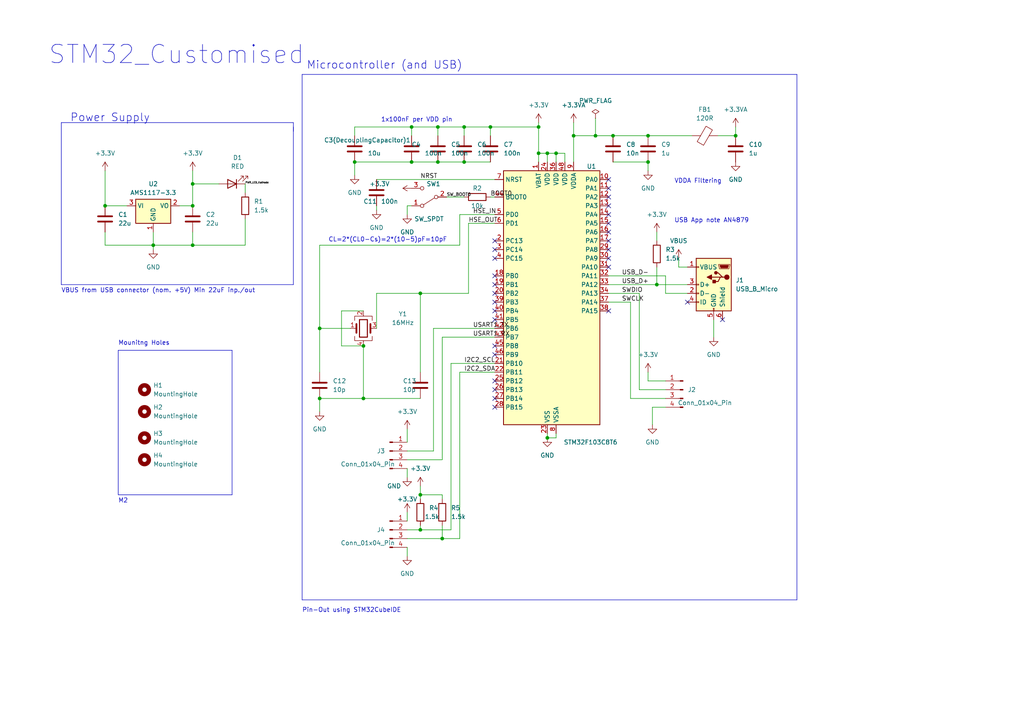
<source format=kicad_sch>
(kicad_sch (version 20230121) (generator eeschema)

  (uuid c8a9f6c8-b4a0-4180-9fc4-544beab2fd6f)

  (paper "A4")

  (title_block
    (title "STM32MCCustom")
    (date "2023-09-18")
    (company "None")
  )

  (lib_symbols
    (symbol "Connector:Conn_01x04_Pin" (pin_names (offset 1.016) hide) (in_bom yes) (on_board yes)
      (property "Reference" "J" (at 0 5.08 0)
        (effects (font (size 1.27 1.27)))
      )
      (property "Value" "Conn_01x04_Pin" (at 0 -7.62 0)
        (effects (font (size 1.27 1.27)))
      )
      (property "Footprint" "" (at 0 0 0)
        (effects (font (size 1.27 1.27)) hide)
      )
      (property "Datasheet" "~" (at 0 0 0)
        (effects (font (size 1.27 1.27)) hide)
      )
      (property "ki_locked" "" (at 0 0 0)
        (effects (font (size 1.27 1.27)))
      )
      (property "ki_keywords" "connector" (at 0 0 0)
        (effects (font (size 1.27 1.27)) hide)
      )
      (property "ki_description" "Generic connector, single row, 01x04, script generated" (at 0 0 0)
        (effects (font (size 1.27 1.27)) hide)
      )
      (property "ki_fp_filters" "Connector*:*_1x??_*" (at 0 0 0)
        (effects (font (size 1.27 1.27)) hide)
      )
      (symbol "Conn_01x04_Pin_1_1"
        (polyline
          (pts
            (xy 1.27 -5.08)
            (xy 0.8636 -5.08)
          )
          (stroke (width 0.1524) (type default))
          (fill (type none))
        )
        (polyline
          (pts
            (xy 1.27 -2.54)
            (xy 0.8636 -2.54)
          )
          (stroke (width 0.1524) (type default))
          (fill (type none))
        )
        (polyline
          (pts
            (xy 1.27 0)
            (xy 0.8636 0)
          )
          (stroke (width 0.1524) (type default))
          (fill (type none))
        )
        (polyline
          (pts
            (xy 1.27 2.54)
            (xy 0.8636 2.54)
          )
          (stroke (width 0.1524) (type default))
          (fill (type none))
        )
        (rectangle (start 0.8636 -4.953) (end 0 -5.207)
          (stroke (width 0.1524) (type default))
          (fill (type outline))
        )
        (rectangle (start 0.8636 -2.413) (end 0 -2.667)
          (stroke (width 0.1524) (type default))
          (fill (type outline))
        )
        (rectangle (start 0.8636 0.127) (end 0 -0.127)
          (stroke (width 0.1524) (type default))
          (fill (type outline))
        )
        (rectangle (start 0.8636 2.667) (end 0 2.413)
          (stroke (width 0.1524) (type default))
          (fill (type outline))
        )
        (pin passive line (at 5.08 2.54 180) (length 3.81)
          (name "Pin_1" (effects (font (size 1.27 1.27))))
          (number "1" (effects (font (size 1.27 1.27))))
        )
        (pin passive line (at 5.08 0 180) (length 3.81)
          (name "Pin_2" (effects (font (size 1.27 1.27))))
          (number "2" (effects (font (size 1.27 1.27))))
        )
        (pin passive line (at 5.08 -2.54 180) (length 3.81)
          (name "Pin_3" (effects (font (size 1.27 1.27))))
          (number "3" (effects (font (size 1.27 1.27))))
        )
        (pin passive line (at 5.08 -5.08 180) (length 3.81)
          (name "Pin_4" (effects (font (size 1.27 1.27))))
          (number "4" (effects (font (size 1.27 1.27))))
        )
      )
    )
    (symbol "Connector:USB_B_Micro" (pin_names (offset 1.016)) (in_bom yes) (on_board yes)
      (property "Reference" "J" (at -5.08 11.43 0)
        (effects (font (size 1.27 1.27)) (justify left))
      )
      (property "Value" "USB_B_Micro" (at -5.08 8.89 0)
        (effects (font (size 1.27 1.27)) (justify left))
      )
      (property "Footprint" "" (at 3.81 -1.27 0)
        (effects (font (size 1.27 1.27)) hide)
      )
      (property "Datasheet" "~" (at 3.81 -1.27 0)
        (effects (font (size 1.27 1.27)) hide)
      )
      (property "ki_keywords" "connector USB micro" (at 0 0 0)
        (effects (font (size 1.27 1.27)) hide)
      )
      (property "ki_description" "USB Micro Type B connector" (at 0 0 0)
        (effects (font (size 1.27 1.27)) hide)
      )
      (property "ki_fp_filters" "USB*" (at 0 0 0)
        (effects (font (size 1.27 1.27)) hide)
      )
      (symbol "USB_B_Micro_0_1"
        (rectangle (start -5.08 -7.62) (end 5.08 7.62)
          (stroke (width 0.254) (type default))
          (fill (type background))
        )
        (circle (center -3.81 2.159) (radius 0.635)
          (stroke (width 0.254) (type default))
          (fill (type outline))
        )
        (circle (center -0.635 3.429) (radius 0.381)
          (stroke (width 0.254) (type default))
          (fill (type outline))
        )
        (rectangle (start -0.127 -7.62) (end 0.127 -6.858)
          (stroke (width 0) (type default))
          (fill (type none))
        )
        (polyline
          (pts
            (xy -1.905 2.159)
            (xy 0.635 2.159)
          )
          (stroke (width 0.254) (type default))
          (fill (type none))
        )
        (polyline
          (pts
            (xy -3.175 2.159)
            (xy -2.54 2.159)
            (xy -1.27 3.429)
            (xy -0.635 3.429)
          )
          (stroke (width 0.254) (type default))
          (fill (type none))
        )
        (polyline
          (pts
            (xy -2.54 2.159)
            (xy -1.905 2.159)
            (xy -1.27 0.889)
            (xy 0 0.889)
          )
          (stroke (width 0.254) (type default))
          (fill (type none))
        )
        (polyline
          (pts
            (xy 0.635 2.794)
            (xy 0.635 1.524)
            (xy 1.905 2.159)
            (xy 0.635 2.794)
          )
          (stroke (width 0.254) (type default))
          (fill (type outline))
        )
        (polyline
          (pts
            (xy -4.318 5.588)
            (xy -1.778 5.588)
            (xy -2.032 4.826)
            (xy -4.064 4.826)
            (xy -4.318 5.588)
          )
          (stroke (width 0) (type default))
          (fill (type outline))
        )
        (polyline
          (pts
            (xy -4.699 5.842)
            (xy -4.699 5.588)
            (xy -4.445 4.826)
            (xy -4.445 4.572)
            (xy -1.651 4.572)
            (xy -1.651 4.826)
            (xy -1.397 5.588)
            (xy -1.397 5.842)
            (xy -4.699 5.842)
          )
          (stroke (width 0) (type default))
          (fill (type none))
        )
        (rectangle (start 0.254 1.27) (end -0.508 0.508)
          (stroke (width 0.254) (type default))
          (fill (type outline))
        )
        (rectangle (start 5.08 -5.207) (end 4.318 -4.953)
          (stroke (width 0) (type default))
          (fill (type none))
        )
        (rectangle (start 5.08 -2.667) (end 4.318 -2.413)
          (stroke (width 0) (type default))
          (fill (type none))
        )
        (rectangle (start 5.08 -0.127) (end 4.318 0.127)
          (stroke (width 0) (type default))
          (fill (type none))
        )
        (rectangle (start 5.08 4.953) (end 4.318 5.207)
          (stroke (width 0) (type default))
          (fill (type none))
        )
      )
      (symbol "USB_B_Micro_1_1"
        (pin power_out line (at 7.62 5.08 180) (length 2.54)
          (name "VBUS" (effects (font (size 1.27 1.27))))
          (number "1" (effects (font (size 1.27 1.27))))
        )
        (pin bidirectional line (at 7.62 -2.54 180) (length 2.54)
          (name "D-" (effects (font (size 1.27 1.27))))
          (number "2" (effects (font (size 1.27 1.27))))
        )
        (pin bidirectional line (at 7.62 0 180) (length 2.54)
          (name "D+" (effects (font (size 1.27 1.27))))
          (number "3" (effects (font (size 1.27 1.27))))
        )
        (pin passive line (at 7.62 -5.08 180) (length 2.54)
          (name "ID" (effects (font (size 1.27 1.27))))
          (number "4" (effects (font (size 1.27 1.27))))
        )
        (pin power_out line (at 0 -10.16 90) (length 2.54)
          (name "GND" (effects (font (size 1.27 1.27))))
          (number "5" (effects (font (size 1.27 1.27))))
        )
        (pin passive line (at -2.54 -10.16 90) (length 2.54)
          (name "Shield" (effects (font (size 1.27 1.27))))
          (number "6" (effects (font (size 1.27 1.27))))
        )
      )
    )
    (symbol "Device:C" (pin_numbers hide) (pin_names (offset 0.254)) (in_bom yes) (on_board yes)
      (property "Reference" "C" (at 0.635 2.54 0)
        (effects (font (size 1.27 1.27)) (justify left))
      )
      (property "Value" "C" (at 0.635 -2.54 0)
        (effects (font (size 1.27 1.27)) (justify left))
      )
      (property "Footprint" "" (at 0.9652 -3.81 0)
        (effects (font (size 1.27 1.27)) hide)
      )
      (property "Datasheet" "~" (at 0 0 0)
        (effects (font (size 1.27 1.27)) hide)
      )
      (property "ki_keywords" "cap capacitor" (at 0 0 0)
        (effects (font (size 1.27 1.27)) hide)
      )
      (property "ki_description" "Unpolarized capacitor" (at 0 0 0)
        (effects (font (size 1.27 1.27)) hide)
      )
      (property "ki_fp_filters" "C_*" (at 0 0 0)
        (effects (font (size 1.27 1.27)) hide)
      )
      (symbol "C_0_1"
        (polyline
          (pts
            (xy -2.032 -0.762)
            (xy 2.032 -0.762)
          )
          (stroke (width 0.508) (type default))
          (fill (type none))
        )
        (polyline
          (pts
            (xy -2.032 0.762)
            (xy 2.032 0.762)
          )
          (stroke (width 0.508) (type default))
          (fill (type none))
        )
      )
      (symbol "C_1_1"
        (pin passive line (at 0 3.81 270) (length 2.794)
          (name "~" (effects (font (size 1.27 1.27))))
          (number "1" (effects (font (size 1.27 1.27))))
        )
        (pin passive line (at 0 -3.81 90) (length 2.794)
          (name "~" (effects (font (size 1.27 1.27))))
          (number "2" (effects (font (size 1.27 1.27))))
        )
      )
    )
    (symbol "Device:Crystal_GND24" (pin_names (offset 1.016) hide) (in_bom yes) (on_board yes)
      (property "Reference" "Y" (at 3.175 5.08 0)
        (effects (font (size 1.27 1.27)) (justify left))
      )
      (property "Value" "Crystal_GND24" (at 3.175 3.175 0)
        (effects (font (size 1.27 1.27)) (justify left))
      )
      (property "Footprint" "" (at 0 0 0)
        (effects (font (size 1.27 1.27)) hide)
      )
      (property "Datasheet" "~" (at 0 0 0)
        (effects (font (size 1.27 1.27)) hide)
      )
      (property "ki_keywords" "quartz ceramic resonator oscillator" (at 0 0 0)
        (effects (font (size 1.27 1.27)) hide)
      )
      (property "ki_description" "Four pin crystal, GND on pins 2 and 4" (at 0 0 0)
        (effects (font (size 1.27 1.27)) hide)
      )
      (property "ki_fp_filters" "Crystal*" (at 0 0 0)
        (effects (font (size 1.27 1.27)) hide)
      )
      (symbol "Crystal_GND24_0_1"
        (rectangle (start -1.143 2.54) (end 1.143 -2.54)
          (stroke (width 0.3048) (type default))
          (fill (type none))
        )
        (polyline
          (pts
            (xy -2.54 0)
            (xy -2.032 0)
          )
          (stroke (width 0) (type default))
          (fill (type none))
        )
        (polyline
          (pts
            (xy -2.032 -1.27)
            (xy -2.032 1.27)
          )
          (stroke (width 0.508) (type default))
          (fill (type none))
        )
        (polyline
          (pts
            (xy 0 -3.81)
            (xy 0 -3.556)
          )
          (stroke (width 0) (type default))
          (fill (type none))
        )
        (polyline
          (pts
            (xy 0 3.556)
            (xy 0 3.81)
          )
          (stroke (width 0) (type default))
          (fill (type none))
        )
        (polyline
          (pts
            (xy 2.032 -1.27)
            (xy 2.032 1.27)
          )
          (stroke (width 0.508) (type default))
          (fill (type none))
        )
        (polyline
          (pts
            (xy 2.032 0)
            (xy 2.54 0)
          )
          (stroke (width 0) (type default))
          (fill (type none))
        )
        (polyline
          (pts
            (xy -2.54 -2.286)
            (xy -2.54 -3.556)
            (xy 2.54 -3.556)
            (xy 2.54 -2.286)
          )
          (stroke (width 0) (type default))
          (fill (type none))
        )
        (polyline
          (pts
            (xy -2.54 2.286)
            (xy -2.54 3.556)
            (xy 2.54 3.556)
            (xy 2.54 2.286)
          )
          (stroke (width 0) (type default))
          (fill (type none))
        )
      )
      (symbol "Crystal_GND24_1_1"
        (pin passive line (at -3.81 0 0) (length 1.27)
          (name "1" (effects (font (size 1.27 1.27))))
          (number "1" (effects (font (size 1.27 1.27))))
        )
        (pin passive line (at 0 5.08 270) (length 1.27)
          (name "2" (effects (font (size 1.27 1.27))))
          (number "2" (effects (font (size 1.27 1.27))))
        )
        (pin passive line (at 3.81 0 180) (length 1.27)
          (name "3" (effects (font (size 1.27 1.27))))
          (number "3" (effects (font (size 1.27 1.27))))
        )
        (pin passive line (at 0 -5.08 90) (length 1.27)
          (name "4" (effects (font (size 1.27 1.27))))
          (number "4" (effects (font (size 1.27 1.27))))
        )
      )
    )
    (symbol "Device:FerriteBead" (pin_numbers hide) (pin_names (offset 0)) (in_bom yes) (on_board yes)
      (property "Reference" "FB" (at -3.81 0.635 90)
        (effects (font (size 1.27 1.27)))
      )
      (property "Value" "FerriteBead" (at 3.81 0 90)
        (effects (font (size 1.27 1.27)))
      )
      (property "Footprint" "" (at -1.778 0 90)
        (effects (font (size 1.27 1.27)) hide)
      )
      (property "Datasheet" "~" (at 0 0 0)
        (effects (font (size 1.27 1.27)) hide)
      )
      (property "ki_keywords" "L ferrite bead inductor filter" (at 0 0 0)
        (effects (font (size 1.27 1.27)) hide)
      )
      (property "ki_description" "Ferrite bead" (at 0 0 0)
        (effects (font (size 1.27 1.27)) hide)
      )
      (property "ki_fp_filters" "Inductor_* L_* *Ferrite*" (at 0 0 0)
        (effects (font (size 1.27 1.27)) hide)
      )
      (symbol "FerriteBead_0_1"
        (polyline
          (pts
            (xy 0 -1.27)
            (xy 0 -1.2192)
          )
          (stroke (width 0) (type default))
          (fill (type none))
        )
        (polyline
          (pts
            (xy 0 1.27)
            (xy 0 1.2954)
          )
          (stroke (width 0) (type default))
          (fill (type none))
        )
        (polyline
          (pts
            (xy -2.7686 0.4064)
            (xy -1.7018 2.2606)
            (xy 2.7686 -0.3048)
            (xy 1.6764 -2.159)
            (xy -2.7686 0.4064)
          )
          (stroke (width 0) (type default))
          (fill (type none))
        )
      )
      (symbol "FerriteBead_1_1"
        (pin passive line (at 0 3.81 270) (length 2.54)
          (name "~" (effects (font (size 1.27 1.27))))
          (number "1" (effects (font (size 1.27 1.27))))
        )
        (pin passive line (at 0 -3.81 90) (length 2.54)
          (name "~" (effects (font (size 1.27 1.27))))
          (number "2" (effects (font (size 1.27 1.27))))
        )
      )
    )
    (symbol "Device:LED" (pin_numbers hide) (pin_names (offset 1.016) hide) (in_bom yes) (on_board yes)
      (property "Reference" "D" (at 0 2.54 0)
        (effects (font (size 1.27 1.27)))
      )
      (property "Value" "LED" (at 0 -2.54 0)
        (effects (font (size 1.27 1.27)))
      )
      (property "Footprint" "" (at 0 0 0)
        (effects (font (size 1.27 1.27)) hide)
      )
      (property "Datasheet" "~" (at 0 0 0)
        (effects (font (size 1.27 1.27)) hide)
      )
      (property "ki_keywords" "LED diode" (at 0 0 0)
        (effects (font (size 1.27 1.27)) hide)
      )
      (property "ki_description" "Light emitting diode" (at 0 0 0)
        (effects (font (size 1.27 1.27)) hide)
      )
      (property "ki_fp_filters" "LED* LED_SMD:* LED_THT:*" (at 0 0 0)
        (effects (font (size 1.27 1.27)) hide)
      )
      (symbol "LED_0_1"
        (polyline
          (pts
            (xy -1.27 -1.27)
            (xy -1.27 1.27)
          )
          (stroke (width 0.254) (type default))
          (fill (type none))
        )
        (polyline
          (pts
            (xy -1.27 0)
            (xy 1.27 0)
          )
          (stroke (width 0) (type default))
          (fill (type none))
        )
        (polyline
          (pts
            (xy 1.27 -1.27)
            (xy 1.27 1.27)
            (xy -1.27 0)
            (xy 1.27 -1.27)
          )
          (stroke (width 0.254) (type default))
          (fill (type none))
        )
        (polyline
          (pts
            (xy -3.048 -0.762)
            (xy -4.572 -2.286)
            (xy -3.81 -2.286)
            (xy -4.572 -2.286)
            (xy -4.572 -1.524)
          )
          (stroke (width 0) (type default))
          (fill (type none))
        )
        (polyline
          (pts
            (xy -1.778 -0.762)
            (xy -3.302 -2.286)
            (xy -2.54 -2.286)
            (xy -3.302 -2.286)
            (xy -3.302 -1.524)
          )
          (stroke (width 0) (type default))
          (fill (type none))
        )
      )
      (symbol "LED_1_1"
        (pin passive line (at -3.81 0 0) (length 2.54)
          (name "K" (effects (font (size 1.27 1.27))))
          (number "1" (effects (font (size 1.27 1.27))))
        )
        (pin passive line (at 3.81 0 180) (length 2.54)
          (name "A" (effects (font (size 1.27 1.27))))
          (number "2" (effects (font (size 1.27 1.27))))
        )
      )
    )
    (symbol "Device:R" (pin_numbers hide) (pin_names (offset 0)) (in_bom yes) (on_board yes)
      (property "Reference" "R" (at 2.032 0 90)
        (effects (font (size 1.27 1.27)))
      )
      (property "Value" "R" (at 0 0 90)
        (effects (font (size 1.27 1.27)))
      )
      (property "Footprint" "" (at -1.778 0 90)
        (effects (font (size 1.27 1.27)) hide)
      )
      (property "Datasheet" "~" (at 0 0 0)
        (effects (font (size 1.27 1.27)) hide)
      )
      (property "ki_keywords" "R res resistor" (at 0 0 0)
        (effects (font (size 1.27 1.27)) hide)
      )
      (property "ki_description" "Resistor" (at 0 0 0)
        (effects (font (size 1.27 1.27)) hide)
      )
      (property "ki_fp_filters" "R_*" (at 0 0 0)
        (effects (font (size 1.27 1.27)) hide)
      )
      (symbol "R_0_1"
        (rectangle (start -1.016 -2.54) (end 1.016 2.54)
          (stroke (width 0.254) (type default))
          (fill (type none))
        )
      )
      (symbol "R_1_1"
        (pin passive line (at 0 3.81 270) (length 1.27)
          (name "~" (effects (font (size 1.27 1.27))))
          (number "1" (effects (font (size 1.27 1.27))))
        )
        (pin passive line (at 0 -3.81 90) (length 1.27)
          (name "~" (effects (font (size 1.27 1.27))))
          (number "2" (effects (font (size 1.27 1.27))))
        )
      )
    )
    (symbol "MCU_ST_STM32F1:STM32F103C8Tx" (in_bom yes) (on_board yes)
      (property "Reference" "U" (at -12.7 39.37 0)
        (effects (font (size 1.27 1.27)) (justify left))
      )
      (property "Value" "STM32F103C8Tx" (at 10.16 39.37 0)
        (effects (font (size 1.27 1.27)) (justify left))
      )
      (property "Footprint" "Package_QFP:LQFP-48_7x7mm_P0.5mm" (at -12.7 -35.56 0)
        (effects (font (size 1.27 1.27)) (justify right) hide)
      )
      (property "Datasheet" "https://www.st.com/resource/en/datasheet/stm32f103c8.pdf" (at 0 0 0)
        (effects (font (size 1.27 1.27)) hide)
      )
      (property "ki_locked" "" (at 0 0 0)
        (effects (font (size 1.27 1.27)))
      )
      (property "ki_keywords" "Arm Cortex-M3 STM32F1 STM32F103" (at 0 0 0)
        (effects (font (size 1.27 1.27)) hide)
      )
      (property "ki_description" "STMicroelectronics Arm Cortex-M3 MCU, 64KB flash, 20KB RAM, 72 MHz, 2.0-3.6V, 37 GPIO, LQFP48" (at 0 0 0)
        (effects (font (size 1.27 1.27)) hide)
      )
      (property "ki_fp_filters" "LQFP*7x7mm*P0.5mm*" (at 0 0 0)
        (effects (font (size 1.27 1.27)) hide)
      )
      (symbol "STM32F103C8Tx_0_1"
        (rectangle (start -12.7 -35.56) (end 15.24 38.1)
          (stroke (width 0.254) (type default))
          (fill (type background))
        )
      )
      (symbol "STM32F103C8Tx_1_1"
        (pin power_in line (at -2.54 40.64 270) (length 2.54)
          (name "VBAT" (effects (font (size 1.27 1.27))))
          (number "1" (effects (font (size 1.27 1.27))))
        )
        (pin bidirectional line (at 17.78 35.56 180) (length 2.54)
          (name "PA0" (effects (font (size 1.27 1.27))))
          (number "10" (effects (font (size 1.27 1.27))))
          (alternate "ADC1_IN0" bidirectional line)
          (alternate "ADC2_IN0" bidirectional line)
          (alternate "SYS_WKUP" bidirectional line)
          (alternate "TIM2_CH1" bidirectional line)
          (alternate "TIM2_ETR" bidirectional line)
          (alternate "USART2_CTS" bidirectional line)
        )
        (pin bidirectional line (at 17.78 33.02 180) (length 2.54)
          (name "PA1" (effects (font (size 1.27 1.27))))
          (number "11" (effects (font (size 1.27 1.27))))
          (alternate "ADC1_IN1" bidirectional line)
          (alternate "ADC2_IN1" bidirectional line)
          (alternate "TIM2_CH2" bidirectional line)
          (alternate "USART2_RTS" bidirectional line)
        )
        (pin bidirectional line (at 17.78 30.48 180) (length 2.54)
          (name "PA2" (effects (font (size 1.27 1.27))))
          (number "12" (effects (font (size 1.27 1.27))))
          (alternate "ADC1_IN2" bidirectional line)
          (alternate "ADC2_IN2" bidirectional line)
          (alternate "TIM2_CH3" bidirectional line)
          (alternate "USART2_TX" bidirectional line)
        )
        (pin bidirectional line (at 17.78 27.94 180) (length 2.54)
          (name "PA3" (effects (font (size 1.27 1.27))))
          (number "13" (effects (font (size 1.27 1.27))))
          (alternate "ADC1_IN3" bidirectional line)
          (alternate "ADC2_IN3" bidirectional line)
          (alternate "TIM2_CH4" bidirectional line)
          (alternate "USART2_RX" bidirectional line)
        )
        (pin bidirectional line (at 17.78 25.4 180) (length 2.54)
          (name "PA4" (effects (font (size 1.27 1.27))))
          (number "14" (effects (font (size 1.27 1.27))))
          (alternate "ADC1_IN4" bidirectional line)
          (alternate "ADC2_IN4" bidirectional line)
          (alternate "SPI1_NSS" bidirectional line)
          (alternate "USART2_CK" bidirectional line)
        )
        (pin bidirectional line (at 17.78 22.86 180) (length 2.54)
          (name "PA5" (effects (font (size 1.27 1.27))))
          (number "15" (effects (font (size 1.27 1.27))))
          (alternate "ADC1_IN5" bidirectional line)
          (alternate "ADC2_IN5" bidirectional line)
          (alternate "SPI1_SCK" bidirectional line)
        )
        (pin bidirectional line (at 17.78 20.32 180) (length 2.54)
          (name "PA6" (effects (font (size 1.27 1.27))))
          (number "16" (effects (font (size 1.27 1.27))))
          (alternate "ADC1_IN6" bidirectional line)
          (alternate "ADC2_IN6" bidirectional line)
          (alternate "SPI1_MISO" bidirectional line)
          (alternate "TIM1_BKIN" bidirectional line)
          (alternate "TIM3_CH1" bidirectional line)
        )
        (pin bidirectional line (at 17.78 17.78 180) (length 2.54)
          (name "PA7" (effects (font (size 1.27 1.27))))
          (number "17" (effects (font (size 1.27 1.27))))
          (alternate "ADC1_IN7" bidirectional line)
          (alternate "ADC2_IN7" bidirectional line)
          (alternate "SPI1_MOSI" bidirectional line)
          (alternate "TIM1_CH1N" bidirectional line)
          (alternate "TIM3_CH2" bidirectional line)
        )
        (pin bidirectional line (at -15.24 7.62 0) (length 2.54)
          (name "PB0" (effects (font (size 1.27 1.27))))
          (number "18" (effects (font (size 1.27 1.27))))
          (alternate "ADC1_IN8" bidirectional line)
          (alternate "ADC2_IN8" bidirectional line)
          (alternate "TIM1_CH2N" bidirectional line)
          (alternate "TIM3_CH3" bidirectional line)
        )
        (pin bidirectional line (at -15.24 5.08 0) (length 2.54)
          (name "PB1" (effects (font (size 1.27 1.27))))
          (number "19" (effects (font (size 1.27 1.27))))
          (alternate "ADC1_IN9" bidirectional line)
          (alternate "ADC2_IN9" bidirectional line)
          (alternate "TIM1_CH3N" bidirectional line)
          (alternate "TIM3_CH4" bidirectional line)
        )
        (pin bidirectional line (at -15.24 17.78 0) (length 2.54)
          (name "PC13" (effects (font (size 1.27 1.27))))
          (number "2" (effects (font (size 1.27 1.27))))
          (alternate "RTC_OUT" bidirectional line)
          (alternate "RTC_TAMPER" bidirectional line)
        )
        (pin bidirectional line (at -15.24 2.54 0) (length 2.54)
          (name "PB2" (effects (font (size 1.27 1.27))))
          (number "20" (effects (font (size 1.27 1.27))))
        )
        (pin bidirectional line (at -15.24 -17.78 0) (length 2.54)
          (name "PB10" (effects (font (size 1.27 1.27))))
          (number "21" (effects (font (size 1.27 1.27))))
          (alternate "I2C2_SCL" bidirectional line)
          (alternate "TIM2_CH3" bidirectional line)
          (alternate "USART3_TX" bidirectional line)
        )
        (pin bidirectional line (at -15.24 -20.32 0) (length 2.54)
          (name "PB11" (effects (font (size 1.27 1.27))))
          (number "22" (effects (font (size 1.27 1.27))))
          (alternate "ADC1_EXTI11" bidirectional line)
          (alternate "ADC2_EXTI11" bidirectional line)
          (alternate "I2C2_SDA" bidirectional line)
          (alternate "TIM2_CH4" bidirectional line)
          (alternate "USART3_RX" bidirectional line)
        )
        (pin power_in line (at 0 -38.1 90) (length 2.54)
          (name "VSS" (effects (font (size 1.27 1.27))))
          (number "23" (effects (font (size 1.27 1.27))))
        )
        (pin power_in line (at 0 40.64 270) (length 2.54)
          (name "VDD" (effects (font (size 1.27 1.27))))
          (number "24" (effects (font (size 1.27 1.27))))
        )
        (pin bidirectional line (at -15.24 -22.86 0) (length 2.54)
          (name "PB12" (effects (font (size 1.27 1.27))))
          (number "25" (effects (font (size 1.27 1.27))))
          (alternate "I2C2_SMBA" bidirectional line)
          (alternate "SPI2_NSS" bidirectional line)
          (alternate "TIM1_BKIN" bidirectional line)
          (alternate "USART3_CK" bidirectional line)
        )
        (pin bidirectional line (at -15.24 -25.4 0) (length 2.54)
          (name "PB13" (effects (font (size 1.27 1.27))))
          (number "26" (effects (font (size 1.27 1.27))))
          (alternate "SPI2_SCK" bidirectional line)
          (alternate "TIM1_CH1N" bidirectional line)
          (alternate "USART3_CTS" bidirectional line)
        )
        (pin bidirectional line (at -15.24 -27.94 0) (length 2.54)
          (name "PB14" (effects (font (size 1.27 1.27))))
          (number "27" (effects (font (size 1.27 1.27))))
          (alternate "SPI2_MISO" bidirectional line)
          (alternate "TIM1_CH2N" bidirectional line)
          (alternate "USART3_RTS" bidirectional line)
        )
        (pin bidirectional line (at -15.24 -30.48 0) (length 2.54)
          (name "PB15" (effects (font (size 1.27 1.27))))
          (number "28" (effects (font (size 1.27 1.27))))
          (alternate "ADC1_EXTI15" bidirectional line)
          (alternate "ADC2_EXTI15" bidirectional line)
          (alternate "SPI2_MOSI" bidirectional line)
          (alternate "TIM1_CH3N" bidirectional line)
        )
        (pin bidirectional line (at 17.78 15.24 180) (length 2.54)
          (name "PA8" (effects (font (size 1.27 1.27))))
          (number "29" (effects (font (size 1.27 1.27))))
          (alternate "RCC_MCO" bidirectional line)
          (alternate "TIM1_CH1" bidirectional line)
          (alternate "USART1_CK" bidirectional line)
        )
        (pin bidirectional line (at -15.24 15.24 0) (length 2.54)
          (name "PC14" (effects (font (size 1.27 1.27))))
          (number "3" (effects (font (size 1.27 1.27))))
          (alternate "RCC_OSC32_IN" bidirectional line)
        )
        (pin bidirectional line (at 17.78 12.7 180) (length 2.54)
          (name "PA9" (effects (font (size 1.27 1.27))))
          (number "30" (effects (font (size 1.27 1.27))))
          (alternate "TIM1_CH2" bidirectional line)
          (alternate "USART1_TX" bidirectional line)
        )
        (pin bidirectional line (at 17.78 10.16 180) (length 2.54)
          (name "PA10" (effects (font (size 1.27 1.27))))
          (number "31" (effects (font (size 1.27 1.27))))
          (alternate "TIM1_CH3" bidirectional line)
          (alternate "USART1_RX" bidirectional line)
        )
        (pin bidirectional line (at 17.78 7.62 180) (length 2.54)
          (name "PA11" (effects (font (size 1.27 1.27))))
          (number "32" (effects (font (size 1.27 1.27))))
          (alternate "ADC1_EXTI11" bidirectional line)
          (alternate "ADC2_EXTI11" bidirectional line)
          (alternate "CAN_RX" bidirectional line)
          (alternate "TIM1_CH4" bidirectional line)
          (alternate "USART1_CTS" bidirectional line)
          (alternate "USB_DM" bidirectional line)
        )
        (pin bidirectional line (at 17.78 5.08 180) (length 2.54)
          (name "PA12" (effects (font (size 1.27 1.27))))
          (number "33" (effects (font (size 1.27 1.27))))
          (alternate "CAN_TX" bidirectional line)
          (alternate "TIM1_ETR" bidirectional line)
          (alternate "USART1_RTS" bidirectional line)
          (alternate "USB_DP" bidirectional line)
        )
        (pin bidirectional line (at 17.78 2.54 180) (length 2.54)
          (name "PA13" (effects (font (size 1.27 1.27))))
          (number "34" (effects (font (size 1.27 1.27))))
          (alternate "SYS_JTMS-SWDIO" bidirectional line)
        )
        (pin passive line (at 0 -38.1 90) (length 2.54) hide
          (name "VSS" (effects (font (size 1.27 1.27))))
          (number "35" (effects (font (size 1.27 1.27))))
        )
        (pin power_in line (at 2.54 40.64 270) (length 2.54)
          (name "VDD" (effects (font (size 1.27 1.27))))
          (number "36" (effects (font (size 1.27 1.27))))
        )
        (pin bidirectional line (at 17.78 0 180) (length 2.54)
          (name "PA14" (effects (font (size 1.27 1.27))))
          (number "37" (effects (font (size 1.27 1.27))))
          (alternate "SYS_JTCK-SWCLK" bidirectional line)
        )
        (pin bidirectional line (at 17.78 -2.54 180) (length 2.54)
          (name "PA15" (effects (font (size 1.27 1.27))))
          (number "38" (effects (font (size 1.27 1.27))))
          (alternate "ADC1_EXTI15" bidirectional line)
          (alternate "ADC2_EXTI15" bidirectional line)
          (alternate "SPI1_NSS" bidirectional line)
          (alternate "SYS_JTDI" bidirectional line)
          (alternate "TIM2_CH1" bidirectional line)
          (alternate "TIM2_ETR" bidirectional line)
        )
        (pin bidirectional line (at -15.24 0 0) (length 2.54)
          (name "PB3" (effects (font (size 1.27 1.27))))
          (number "39" (effects (font (size 1.27 1.27))))
          (alternate "SPI1_SCK" bidirectional line)
          (alternate "SYS_JTDO-TRACESWO" bidirectional line)
          (alternate "TIM2_CH2" bidirectional line)
        )
        (pin bidirectional line (at -15.24 12.7 0) (length 2.54)
          (name "PC15" (effects (font (size 1.27 1.27))))
          (number "4" (effects (font (size 1.27 1.27))))
          (alternate "ADC1_EXTI15" bidirectional line)
          (alternate "ADC2_EXTI15" bidirectional line)
          (alternate "RCC_OSC32_OUT" bidirectional line)
        )
        (pin bidirectional line (at -15.24 -2.54 0) (length 2.54)
          (name "PB4" (effects (font (size 1.27 1.27))))
          (number "40" (effects (font (size 1.27 1.27))))
          (alternate "SPI1_MISO" bidirectional line)
          (alternate "SYS_NJTRST" bidirectional line)
          (alternate "TIM3_CH1" bidirectional line)
        )
        (pin bidirectional line (at -15.24 -5.08 0) (length 2.54)
          (name "PB5" (effects (font (size 1.27 1.27))))
          (number "41" (effects (font (size 1.27 1.27))))
          (alternate "I2C1_SMBA" bidirectional line)
          (alternate "SPI1_MOSI" bidirectional line)
          (alternate "TIM3_CH2" bidirectional line)
        )
        (pin bidirectional line (at -15.24 -7.62 0) (length 2.54)
          (name "PB6" (effects (font (size 1.27 1.27))))
          (number "42" (effects (font (size 1.27 1.27))))
          (alternate "I2C1_SCL" bidirectional line)
          (alternate "TIM4_CH1" bidirectional line)
          (alternate "USART1_TX" bidirectional line)
        )
        (pin bidirectional line (at -15.24 -10.16 0) (length 2.54)
          (name "PB7" (effects (font (size 1.27 1.27))))
          (number "43" (effects (font (size 1.27 1.27))))
          (alternate "I2C1_SDA" bidirectional line)
          (alternate "TIM4_CH2" bidirectional line)
          (alternate "USART1_RX" bidirectional line)
        )
        (pin input line (at -15.24 30.48 0) (length 2.54)
          (name "BOOT0" (effects (font (size 1.27 1.27))))
          (number "44" (effects (font (size 1.27 1.27))))
        )
        (pin bidirectional line (at -15.24 -12.7 0) (length 2.54)
          (name "PB8" (effects (font (size 1.27 1.27))))
          (number "45" (effects (font (size 1.27 1.27))))
          (alternate "CAN_RX" bidirectional line)
          (alternate "I2C1_SCL" bidirectional line)
          (alternate "TIM4_CH3" bidirectional line)
        )
        (pin bidirectional line (at -15.24 -15.24 0) (length 2.54)
          (name "PB9" (effects (font (size 1.27 1.27))))
          (number "46" (effects (font (size 1.27 1.27))))
          (alternate "CAN_TX" bidirectional line)
          (alternate "I2C1_SDA" bidirectional line)
          (alternate "TIM4_CH4" bidirectional line)
        )
        (pin passive line (at 0 -38.1 90) (length 2.54) hide
          (name "VSS" (effects (font (size 1.27 1.27))))
          (number "47" (effects (font (size 1.27 1.27))))
        )
        (pin power_in line (at 5.08 40.64 270) (length 2.54)
          (name "VDD" (effects (font (size 1.27 1.27))))
          (number "48" (effects (font (size 1.27 1.27))))
        )
        (pin bidirectional line (at -15.24 25.4 0) (length 2.54)
          (name "PD0" (effects (font (size 1.27 1.27))))
          (number "5" (effects (font (size 1.27 1.27))))
          (alternate "RCC_OSC_IN" bidirectional line)
        )
        (pin bidirectional line (at -15.24 22.86 0) (length 2.54)
          (name "PD1" (effects (font (size 1.27 1.27))))
          (number "6" (effects (font (size 1.27 1.27))))
          (alternate "RCC_OSC_OUT" bidirectional line)
        )
        (pin input line (at -15.24 35.56 0) (length 2.54)
          (name "NRST" (effects (font (size 1.27 1.27))))
          (number "7" (effects (font (size 1.27 1.27))))
        )
        (pin power_in line (at 2.54 -38.1 90) (length 2.54)
          (name "VSSA" (effects (font (size 1.27 1.27))))
          (number "8" (effects (font (size 1.27 1.27))))
        )
        (pin power_in line (at 7.62 40.64 270) (length 2.54)
          (name "VDDA" (effects (font (size 1.27 1.27))))
          (number "9" (effects (font (size 1.27 1.27))))
        )
      )
    )
    (symbol "Mechanical:MountingHole" (pin_names (offset 1.016)) (in_bom yes) (on_board yes)
      (property "Reference" "H" (at 0 5.08 0)
        (effects (font (size 1.27 1.27)))
      )
      (property "Value" "MountingHole" (at 0 3.175 0)
        (effects (font (size 1.27 1.27)))
      )
      (property "Footprint" "" (at 0 0 0)
        (effects (font (size 1.27 1.27)) hide)
      )
      (property "Datasheet" "~" (at 0 0 0)
        (effects (font (size 1.27 1.27)) hide)
      )
      (property "ki_keywords" "mounting hole" (at 0 0 0)
        (effects (font (size 1.27 1.27)) hide)
      )
      (property "ki_description" "Mounting Hole without connection" (at 0 0 0)
        (effects (font (size 1.27 1.27)) hide)
      )
      (property "ki_fp_filters" "MountingHole*" (at 0 0 0)
        (effects (font (size 1.27 1.27)) hide)
      )
      (symbol "MountingHole_0_1"
        (circle (center 0 0) (radius 1.27)
          (stroke (width 1.27) (type default))
          (fill (type none))
        )
      )
    )
    (symbol "Regulator_Linear:AMS1117-3.3" (in_bom yes) (on_board yes)
      (property "Reference" "U" (at -3.81 3.175 0)
        (effects (font (size 1.27 1.27)))
      )
      (property "Value" "AMS1117-3.3" (at 0 3.175 0)
        (effects (font (size 1.27 1.27)) (justify left))
      )
      (property "Footprint" "Package_TO_SOT_SMD:SOT-223-3_TabPin2" (at 0 5.08 0)
        (effects (font (size 1.27 1.27)) hide)
      )
      (property "Datasheet" "http://www.advanced-monolithic.com/pdf/ds1117.pdf" (at 2.54 -6.35 0)
        (effects (font (size 1.27 1.27)) hide)
      )
      (property "ki_keywords" "linear regulator ldo fixed positive" (at 0 0 0)
        (effects (font (size 1.27 1.27)) hide)
      )
      (property "ki_description" "1A Low Dropout regulator, positive, 3.3V fixed output, SOT-223" (at 0 0 0)
        (effects (font (size 1.27 1.27)) hide)
      )
      (property "ki_fp_filters" "SOT?223*TabPin2*" (at 0 0 0)
        (effects (font (size 1.27 1.27)) hide)
      )
      (symbol "AMS1117-3.3_0_1"
        (rectangle (start -5.08 -5.08) (end 5.08 1.905)
          (stroke (width 0.254) (type default))
          (fill (type background))
        )
      )
      (symbol "AMS1117-3.3_1_1"
        (pin power_in line (at 0 -7.62 90) (length 2.54)
          (name "GND" (effects (font (size 1.27 1.27))))
          (number "1" (effects (font (size 1.27 1.27))))
        )
        (pin power_out line (at 7.62 0 180) (length 2.54)
          (name "VO" (effects (font (size 1.27 1.27))))
          (number "2" (effects (font (size 1.27 1.27))))
        )
        (pin power_in line (at -7.62 0 0) (length 2.54)
          (name "VI" (effects (font (size 1.27 1.27))))
          (number "3" (effects (font (size 1.27 1.27))))
        )
      )
    )
    (symbol "Switch:SW_SPDT" (pin_names (offset 0) hide) (in_bom yes) (on_board yes)
      (property "Reference" "SW" (at 0 4.318 0)
        (effects (font (size 1.27 1.27)))
      )
      (property "Value" "SW_SPDT" (at 0 -5.08 0)
        (effects (font (size 1.27 1.27)))
      )
      (property "Footprint" "" (at 0 0 0)
        (effects (font (size 1.27 1.27)) hide)
      )
      (property "Datasheet" "~" (at 0 0 0)
        (effects (font (size 1.27 1.27)) hide)
      )
      (property "ki_keywords" "switch single-pole double-throw spdt ON-ON" (at 0 0 0)
        (effects (font (size 1.27 1.27)) hide)
      )
      (property "ki_description" "Switch, single pole double throw" (at 0 0 0)
        (effects (font (size 1.27 1.27)) hide)
      )
      (symbol "SW_SPDT_0_0"
        (circle (center -2.032 0) (radius 0.508)
          (stroke (width 0) (type default))
          (fill (type none))
        )
        (circle (center 2.032 -2.54) (radius 0.508)
          (stroke (width 0) (type default))
          (fill (type none))
        )
      )
      (symbol "SW_SPDT_0_1"
        (polyline
          (pts
            (xy -1.524 0.254)
            (xy 1.651 2.286)
          )
          (stroke (width 0) (type default))
          (fill (type none))
        )
        (circle (center 2.032 2.54) (radius 0.508)
          (stroke (width 0) (type default))
          (fill (type none))
        )
      )
      (symbol "SW_SPDT_1_1"
        (pin passive line (at 5.08 2.54 180) (length 2.54)
          (name "A" (effects (font (size 1.27 1.27))))
          (number "1" (effects (font (size 1.27 1.27))))
        )
        (pin passive line (at -5.08 0 0) (length 2.54)
          (name "B" (effects (font (size 1.27 1.27))))
          (number "2" (effects (font (size 1.27 1.27))))
        )
        (pin passive line (at 5.08 -2.54 180) (length 2.54)
          (name "C" (effects (font (size 1.27 1.27))))
          (number "3" (effects (font (size 1.27 1.27))))
        )
      )
    )
    (symbol "power:+3.3V" (power) (pin_names (offset 0)) (in_bom yes) (on_board yes)
      (property "Reference" "#PWR" (at 0 -3.81 0)
        (effects (font (size 1.27 1.27)) hide)
      )
      (property "Value" "+3.3V" (at 0 3.556 0)
        (effects (font (size 1.27 1.27)))
      )
      (property "Footprint" "" (at 0 0 0)
        (effects (font (size 1.27 1.27)) hide)
      )
      (property "Datasheet" "" (at 0 0 0)
        (effects (font (size 1.27 1.27)) hide)
      )
      (property "ki_keywords" "global power" (at 0 0 0)
        (effects (font (size 1.27 1.27)) hide)
      )
      (property "ki_description" "Power symbol creates a global label with name \"+3.3V\"" (at 0 0 0)
        (effects (font (size 1.27 1.27)) hide)
      )
      (symbol "+3.3V_0_1"
        (polyline
          (pts
            (xy -0.762 1.27)
            (xy 0 2.54)
          )
          (stroke (width 0) (type default))
          (fill (type none))
        )
        (polyline
          (pts
            (xy 0 0)
            (xy 0 2.54)
          )
          (stroke (width 0) (type default))
          (fill (type none))
        )
        (polyline
          (pts
            (xy 0 2.54)
            (xy 0.762 1.27)
          )
          (stroke (width 0) (type default))
          (fill (type none))
        )
      )
      (symbol "+3.3V_1_1"
        (pin power_in line (at 0 0 90) (length 0) hide
          (name "+3.3V" (effects (font (size 1.27 1.27))))
          (number "1" (effects (font (size 1.27 1.27))))
        )
      )
    )
    (symbol "power:+3.3VA" (power) (pin_names (offset 0)) (in_bom yes) (on_board yes)
      (property "Reference" "#PWR" (at 0 -3.81 0)
        (effects (font (size 1.27 1.27)) hide)
      )
      (property "Value" "+3.3VA" (at 0 3.556 0)
        (effects (font (size 1.27 1.27)))
      )
      (property "Footprint" "" (at 0 0 0)
        (effects (font (size 1.27 1.27)) hide)
      )
      (property "Datasheet" "" (at 0 0 0)
        (effects (font (size 1.27 1.27)) hide)
      )
      (property "ki_keywords" "global power" (at 0 0 0)
        (effects (font (size 1.27 1.27)) hide)
      )
      (property "ki_description" "Power symbol creates a global label with name \"+3.3VA\"" (at 0 0 0)
        (effects (font (size 1.27 1.27)) hide)
      )
      (symbol "+3.3VA_0_1"
        (polyline
          (pts
            (xy -0.762 1.27)
            (xy 0 2.54)
          )
          (stroke (width 0) (type default))
          (fill (type none))
        )
        (polyline
          (pts
            (xy 0 0)
            (xy 0 2.54)
          )
          (stroke (width 0) (type default))
          (fill (type none))
        )
        (polyline
          (pts
            (xy 0 2.54)
            (xy 0.762 1.27)
          )
          (stroke (width 0) (type default))
          (fill (type none))
        )
      )
      (symbol "+3.3VA_1_1"
        (pin power_in line (at 0 0 90) (length 0) hide
          (name "+3.3VA" (effects (font (size 1.27 1.27))))
          (number "1" (effects (font (size 1.27 1.27))))
        )
      )
    )
    (symbol "power:GND" (power) (pin_names (offset 0)) (in_bom yes) (on_board yes)
      (property "Reference" "#PWR" (at 0 -6.35 0)
        (effects (font (size 1.27 1.27)) hide)
      )
      (property "Value" "GND" (at 0 -3.81 0)
        (effects (font (size 1.27 1.27)))
      )
      (property "Footprint" "" (at 0 0 0)
        (effects (font (size 1.27 1.27)) hide)
      )
      (property "Datasheet" "" (at 0 0 0)
        (effects (font (size 1.27 1.27)) hide)
      )
      (property "ki_keywords" "global power" (at 0 0 0)
        (effects (font (size 1.27 1.27)) hide)
      )
      (property "ki_description" "Power symbol creates a global label with name \"GND\" , ground" (at 0 0 0)
        (effects (font (size 1.27 1.27)) hide)
      )
      (symbol "GND_0_1"
        (polyline
          (pts
            (xy 0 0)
            (xy 0 -1.27)
            (xy 1.27 -1.27)
            (xy 0 -2.54)
            (xy -1.27 -1.27)
            (xy 0 -1.27)
          )
          (stroke (width 0) (type default))
          (fill (type none))
        )
      )
      (symbol "GND_1_1"
        (pin power_in line (at 0 0 270) (length 0) hide
          (name "GND" (effects (font (size 1.27 1.27))))
          (number "1" (effects (font (size 1.27 1.27))))
        )
      )
    )
    (symbol "power:PWR_FLAG" (power) (pin_numbers hide) (pin_names (offset 0) hide) (in_bom yes) (on_board yes)
      (property "Reference" "#FLG" (at 0 1.905 0)
        (effects (font (size 1.27 1.27)) hide)
      )
      (property "Value" "PWR_FLAG" (at 0 3.81 0)
        (effects (font (size 1.27 1.27)))
      )
      (property "Footprint" "" (at 0 0 0)
        (effects (font (size 1.27 1.27)) hide)
      )
      (property "Datasheet" "~" (at 0 0 0)
        (effects (font (size 1.27 1.27)) hide)
      )
      (property "ki_keywords" "flag power" (at 0 0 0)
        (effects (font (size 1.27 1.27)) hide)
      )
      (property "ki_description" "Special symbol for telling ERC where power comes from" (at 0 0 0)
        (effects (font (size 1.27 1.27)) hide)
      )
      (symbol "PWR_FLAG_0_0"
        (pin power_out line (at 0 0 90) (length 0)
          (name "pwr" (effects (font (size 1.27 1.27))))
          (number "1" (effects (font (size 1.27 1.27))))
        )
      )
      (symbol "PWR_FLAG_0_1"
        (polyline
          (pts
            (xy 0 0)
            (xy 0 1.27)
            (xy -1.016 1.905)
            (xy 0 2.54)
            (xy 1.016 1.905)
            (xy 0 1.27)
          )
          (stroke (width 0) (type default))
          (fill (type none))
        )
      )
    )
    (symbol "power:VBUS" (power) (pin_names (offset 0)) (in_bom yes) (on_board yes)
      (property "Reference" "#PWR" (at 0 -3.81 0)
        (effects (font (size 1.27 1.27)) hide)
      )
      (property "Value" "VBUS" (at 0 3.81 0)
        (effects (font (size 1.27 1.27)))
      )
      (property "Footprint" "" (at 0 0 0)
        (effects (font (size 1.27 1.27)) hide)
      )
      (property "Datasheet" "" (at 0 0 0)
        (effects (font (size 1.27 1.27)) hide)
      )
      (property "ki_keywords" "global power" (at 0 0 0)
        (effects (font (size 1.27 1.27)) hide)
      )
      (property "ki_description" "Power symbol creates a global label with name \"VBUS\"" (at 0 0 0)
        (effects (font (size 1.27 1.27)) hide)
      )
      (symbol "VBUS_0_1"
        (polyline
          (pts
            (xy -0.762 1.27)
            (xy 0 2.54)
          )
          (stroke (width 0) (type default))
          (fill (type none))
        )
        (polyline
          (pts
            (xy 0 0)
            (xy 0 2.54)
          )
          (stroke (width 0) (type default))
          (fill (type none))
        )
        (polyline
          (pts
            (xy 0 2.54)
            (xy 0.762 1.27)
          )
          (stroke (width 0) (type default))
          (fill (type none))
        )
      )
      (symbol "VBUS_1_1"
        (pin power_in line (at 0 0 90) (length 0) hide
          (name "VBUS" (effects (font (size 1.27 1.27))))
          (number "1" (effects (font (size 1.27 1.27))))
        )
      )
    )
  )

  (junction (at 156.21 36.83) (diameter 0) (color 0 0 0 0)
    (uuid 1c09feae-0875-4cd1-b856-e6334585ce3b)
  )
  (junction (at 166.37 39.37) (diameter 0) (color 0 0 0 0)
    (uuid 1dc6c69c-c59f-4a9e-ab09-061a15752a39)
  )
  (junction (at 121.92 85.09) (diameter 0) (color 0 0 0 0)
    (uuid 251b2c51-4f73-4530-8721-a13de45c0716)
  )
  (junction (at 105.41 115.57) (diameter 0) (color 0 0 0 0)
    (uuid 2a160aaf-8170-4c9e-85b8-e4b91c2ce8ee)
  )
  (junction (at 128.27 156.21) (diameter 0) (color 0 0 0 0)
    (uuid 34bc84fe-ec2a-4864-9972-5957d41623b8)
  )
  (junction (at 119.38 36.83) (diameter 0) (color 0 0 0 0)
    (uuid 369b7a7d-a2f3-4fe9-951e-e521c2b62fbc)
  )
  (junction (at 158.75 127) (diameter 0) (color 0 0 0 0)
    (uuid 3e829e18-713a-43d2-ba39-f145bd1d1c4c)
  )
  (junction (at 92.71 115.57) (diameter 0) (color 0 0 0 0)
    (uuid 3edd12d2-96c0-434b-84c0-4ebdac3a456f)
  )
  (junction (at 127 46.99) (diameter 0) (color 0 0 0 0)
    (uuid 3f4d810d-ec6a-4398-8837-df21fa7f1dee)
  )
  (junction (at 121.92 153.67) (diameter 0) (color 0 0 0 0)
    (uuid 544bae41-b282-4677-b9d8-2c1e98df697b)
  )
  (junction (at 134.62 46.99) (diameter 0) (color 0 0 0 0)
    (uuid 54be8c6d-c4ec-4b7c-b552-f7f43eabf531)
  )
  (junction (at 55.88 71.12) (diameter 0) (color 0 0 0 0)
    (uuid 63784636-8191-4516-b8a4-c6fe9556a0ba)
  )
  (junction (at 213.36 39.37) (diameter 0) (color 0 0 0 0)
    (uuid 65c33d81-d48e-48b3-9ff2-2900982cdd66)
  )
  (junction (at 92.71 95.25) (diameter 0) (color 0 0 0 0)
    (uuid 6f688ac1-717d-4817-b519-5cb1f1e1b5b9)
  )
  (junction (at 44.45 71.12) (diameter 0) (color 0 0 0 0)
    (uuid 77fd5259-be84-4bf1-8765-3a8337f2e375)
  )
  (junction (at 127 36.83) (diameter 0) (color 0 0 0 0)
    (uuid 810e2ab4-8706-466c-b2c9-508219067947)
  )
  (junction (at 161.29 44.45) (diameter 0) (color 0 0 0 0)
    (uuid 83b26523-074c-40b5-a48a-f58c19c74edf)
  )
  (junction (at 190.5 82.55) (diameter 0) (color 0 0 0 0)
    (uuid 842158e2-adfc-4d2c-9e5a-2f1f72e45027)
  )
  (junction (at 172.72 39.37) (diameter 0) (color 0 0 0 0)
    (uuid 94827f27-013d-40ec-ae6a-120d71ecd917)
  )
  (junction (at 55.88 59.69) (diameter 0) (color 0 0 0 0)
    (uuid 956b7471-6a94-4344-9cfd-4d1e8fe966ab)
  )
  (junction (at 156.21 44.45) (diameter 0) (color 0 0 0 0)
    (uuid 979960f6-a2fc-4c3c-b4b9-4523cb8236e0)
  )
  (junction (at 105.41 100.33) (diameter 0) (color 0 0 0 0)
    (uuid 982b68f8-3046-4f76-8009-fe21131758e8)
  )
  (junction (at 102.87 46.99) (diameter 0) (color 0 0 0 0)
    (uuid 9e4fd44a-12c8-44e5-8453-2e7fe437205a)
  )
  (junction (at 30.48 59.69) (diameter 0) (color 0 0 0 0)
    (uuid a4f52644-cbd2-4a1f-8dc2-e103e9c53464)
  )
  (junction (at 142.24 36.83) (diameter 0) (color 0 0 0 0)
    (uuid a776306a-90c9-4cd5-94c5-3a0c855ade0a)
  )
  (junction (at 187.96 46.99) (diameter 0) (color 0 0 0 0)
    (uuid ad3ac0bf-421b-4e3e-ac0d-423cf57d4177)
  )
  (junction (at 55.88 53.34) (diameter 0) (color 0 0 0 0)
    (uuid b76af2c2-93f8-4a27-b93b-b7a32f59f1b1)
  )
  (junction (at 121.92 143.51) (diameter 0) (color 0 0 0 0)
    (uuid bc1082e7-c107-46b3-a429-555cebf52c4b)
  )
  (junction (at 177.8 39.37) (diameter 0) (color 0 0 0 0)
    (uuid c511230d-509f-40d6-97fb-bf30910b1c59)
  )
  (junction (at 119.38 46.99) (diameter 0) (color 0 0 0 0)
    (uuid d783e45a-d54f-4110-8657-683d334eb6c0)
  )
  (junction (at 187.96 39.37) (diameter 0) (color 0 0 0 0)
    (uuid f1167d2f-6fba-4133-a259-122dc85bd3d2)
  )
  (junction (at 134.62 36.83) (diameter 0) (color 0 0 0 0)
    (uuid f6797a6c-24e3-4b8d-9354-89b8e37f4f02)
  )
  (junction (at 158.75 44.45) (diameter 0) (color 0 0 0 0)
    (uuid fdf17757-3737-42bc-a91c-a384e59d710f)
  )

  (no_connect (at 143.51 85.09) (uuid 02ab1cf9-ff6a-4ed7-8e6b-b5bf6d7b4659))
  (no_connect (at 143.51 92.71) (uuid 05ced41b-b796-431d-ada6-b7b47d3b6a06))
  (no_connect (at 143.51 100.33) (uuid 1044dbf8-4a09-487b-998b-c0ee2304bcda))
  (no_connect (at 143.51 72.39) (uuid 1956c00c-aecd-4af4-9f85-b25147826411))
  (no_connect (at 209.55 92.71) (uuid 25318802-78f0-4a9f-a230-78f62237e734))
  (no_connect (at 176.53 77.47) (uuid 2f1bd099-a4b1-4e2e-a7b3-a93b87e74917))
  (no_connect (at 176.53 90.17) (uuid 2fc3a50b-fc76-41bc-98c0-f6d583149e3b))
  (no_connect (at 176.53 54.61) (uuid 383f3647-257c-4b80-9940-0a9914628783))
  (no_connect (at 143.51 118.11) (uuid 4d426126-0358-4083-9987-5e3afa9d30b2))
  (no_connect (at 143.51 90.17) (uuid 4dc5b4e3-7927-425d-99c4-2ef1e1b3fd15))
  (no_connect (at 143.51 87.63) (uuid 9347cf42-77b7-422e-9b14-1d3e47bfe218))
  (no_connect (at 143.51 113.03) (uuid a195b55d-b861-4434-8984-f81aeb359359))
  (no_connect (at 176.53 52.07) (uuid a4c6659e-66b6-450d-af8f-14ee895db524))
  (no_connect (at 176.53 72.39) (uuid ac1421ec-bbe1-45af-8efe-122f111045cc))
  (no_connect (at 199.39 87.63) (uuid acc5d4a3-6c38-43c3-8ba8-cdb59ed660d6))
  (no_connect (at 143.51 110.49) (uuid adcbd918-68f8-4767-bae0-26a2fabf528a))
  (no_connect (at 176.53 59.69) (uuid b10d0e2f-e9f6-4bf9-aca8-ccbdcb99db2e))
  (no_connect (at 143.51 115.57) (uuid b56d5b48-bc8e-4336-a525-0c79b846645f))
  (no_connect (at 176.53 62.23) (uuid b6f01159-540c-4068-a498-eda3fbdae2e3))
  (no_connect (at 176.53 57.15) (uuid ba698113-fcee-4eb9-9fc7-a0e983b21845))
  (no_connect (at 176.53 74.93) (uuid ca05b6f8-9a37-4c41-9da9-c462149cb449))
  (no_connect (at 176.53 67.31) (uuid e00e2201-0a52-4a24-bfa5-8b7e9728a1f2))
  (no_connect (at 143.51 74.93) (uuid e80c79bd-282b-4d48-b0f5-040b8b873879))
  (no_connect (at 143.51 82.55) (uuid eda50d5f-3402-4782-ade6-4d392afc800c))
  (no_connect (at 143.51 69.85) (uuid f156a534-b52d-4366-b743-d2d7b8717577))
  (no_connect (at 143.51 102.87) (uuid f2c5d63c-c251-4113-8f9b-e56ba5530ee1))
  (no_connect (at 176.53 64.77) (uuid f7d4beed-643c-4543-8645-3189ecf9ae05))
  (no_connect (at 176.53 69.85) (uuid fab8a5dc-6033-4f72-8a82-84b823126cb2))
  (no_connect (at 143.51 80.01) (uuid fbd4a7b1-bc21-4aa3-bd1f-ceaa381de23e))

  (wire (pts (xy 163.83 44.45) (xy 161.29 44.45))
    (stroke (width 0) (type default))
    (uuid 02dd9fbd-80cb-4a2e-8941-3f51d0187beb)
  )
  (wire (pts (xy 102.87 36.83) (xy 119.38 36.83))
    (stroke (width 0) (type default))
    (uuid 071632f7-8611-47f3-b9ee-473e0569b976)
  )
  (wire (pts (xy 207.01 92.71) (xy 207.01 97.79))
    (stroke (width 0) (type default))
    (uuid 0ea9a949-1c2a-487c-a94a-cfdeb7d5e3f9)
  )
  (wire (pts (xy 199.39 77.47) (xy 196.85 77.47))
    (stroke (width 0) (type default))
    (uuid 114293ff-0127-43d8-9afc-3db571b5ed6d)
  )
  (wire (pts (xy 102.87 39.37) (xy 102.87 36.83))
    (stroke (width 0) (type default))
    (uuid 1723cc4a-34b4-44dd-9b44-b4ac412baf00)
  )
  (wire (pts (xy 121.92 140.97) (xy 121.92 143.51))
    (stroke (width 0) (type default))
    (uuid 1d8fd8b3-1454-484c-a999-b941e1a54604)
  )
  (wire (pts (xy 119.38 36.83) (xy 127 36.83))
    (stroke (width 0) (type default))
    (uuid 1e4a9679-efae-4bca-9a1c-8a5df3e7fc19)
  )
  (wire (pts (xy 71.12 71.12) (xy 55.88 71.12))
    (stroke (width 0) (type default))
    (uuid 208b75c8-bbb7-4c02-9cbf-ac0722cbb8c3)
  )
  (wire (pts (xy 142.24 57.15) (xy 143.51 57.15))
    (stroke (width 0) (type default))
    (uuid 240ddebc-15bb-4454-862c-8aa05886e4f6)
  )
  (wire (pts (xy 189.23 118.11) (xy 193.04 118.11))
    (stroke (width 0) (type default))
    (uuid 2570af36-feef-4a41-bc51-2a47ebb767f1)
  )
  (wire (pts (xy 130.81 153.67) (xy 130.81 105.41))
    (stroke (width 0) (type default))
    (uuid 2591a576-4d8e-49af-90d2-6eab72633cda)
  )
  (wire (pts (xy 127 36.83) (xy 134.62 36.83))
    (stroke (width 0) (type default))
    (uuid 261d7f50-31e1-41b2-b291-5369128a75b9)
  )
  (polyline (pts (xy 87.63 173.99) (xy 231.14 173.99))
    (stroke (width 0) (type default))
    (uuid 277bc439-4615-40ed-9946-a4ca5e49fdb5)
  )
  (polyline (pts (xy 67.31 143.51) (xy 34.29 143.51))
    (stroke (width 0) (type default))
    (uuid 27d58842-9914-4f12-bef0-fc29e4df7573)
  )

  (wire (pts (xy 161.29 44.45) (xy 158.75 44.45))
    (stroke (width 0) (type default))
    (uuid 283d90d1-4aef-4e00-a89e-f076f5749146)
  )
  (wire (pts (xy 71.12 63.5) (xy 71.12 71.12))
    (stroke (width 0) (type default))
    (uuid 28758eaa-81de-4a2f-9871-ebd9c62eb0a4)
  )
  (wire (pts (xy 187.96 39.37) (xy 200.66 39.37))
    (stroke (width 0) (type default))
    (uuid 2960f8ef-0802-4206-93a0-7739b7f50360)
  )
  (wire (pts (xy 187.96 110.49) (xy 193.04 110.49))
    (stroke (width 0) (type default))
    (uuid 29652a44-f1cf-4d92-8c58-1a227eb944b7)
  )
  (wire (pts (xy 44.45 71.12) (xy 44.45 72.39))
    (stroke (width 0) (type default))
    (uuid 2b5ec0c7-c8d3-4a35-8b98-1b89279f9799)
  )
  (wire (pts (xy 109.22 52.07) (xy 143.51 52.07))
    (stroke (width 0) (type default))
    (uuid 2e803bc7-9a68-40a9-b01e-39719c7e4a8a)
  )
  (wire (pts (xy 130.81 105.41) (xy 143.51 105.41))
    (stroke (width 0) (type default))
    (uuid 304763a6-04b1-4254-8421-f112c37f217f)
  )
  (wire (pts (xy 128.27 97.79) (xy 143.51 97.79))
    (stroke (width 0) (type default))
    (uuid 30fadc3c-f12c-4fb7-af87-db27f093f14f)
  )
  (wire (pts (xy 193.04 85.09) (xy 199.39 85.09))
    (stroke (width 0) (type default))
    (uuid 31fbbfbd-e735-4541-ba86-9acfa32ad574)
  )
  (wire (pts (xy 128.27 152.4) (xy 128.27 156.21))
    (stroke (width 0) (type default))
    (uuid 3512a5c1-7580-40b6-8d19-453ea3bd6681)
  )
  (wire (pts (xy 30.48 67.31) (xy 30.48 71.12))
    (stroke (width 0) (type default))
    (uuid 35821455-f30e-4b54-8044-5cd13e85d4e4)
  )
  (wire (pts (xy 213.36 36.83) (xy 213.36 39.37))
    (stroke (width 0) (type default))
    (uuid 361940df-6c3a-43b4-af78-53a572b920fc)
  )
  (wire (pts (xy 118.11 133.35) (xy 128.27 133.35))
    (stroke (width 0) (type default))
    (uuid 366e6288-41ae-497e-af8e-3c181970e541)
  )
  (wire (pts (xy 127 46.99) (xy 134.62 46.99))
    (stroke (width 0) (type default))
    (uuid 39290f5e-496d-4bea-8dff-b5c56ba446dd)
  )
  (wire (pts (xy 158.75 44.45) (xy 156.21 44.45))
    (stroke (width 0) (type default))
    (uuid 3ada3244-946b-4986-ac6b-1fef242011b1)
  )
  (wire (pts (xy 118.11 135.89) (xy 118.11 138.43))
    (stroke (width 0) (type default))
    (uuid 3d4343b1-5aff-46f2-8fa7-8aefa4d6a1e6)
  )
  (wire (pts (xy 129.54 57.15) (xy 134.62 57.15))
    (stroke (width 0) (type default))
    (uuid 3d522b59-1916-47b8-821d-6466904d3061)
  )
  (wire (pts (xy 166.37 39.37) (xy 166.37 46.99))
    (stroke (width 0) (type default))
    (uuid 3e1b1f1f-411c-4494-8f6b-a49d19ffa888)
  )
  (wire (pts (xy 109.22 95.25) (xy 109.22 85.09))
    (stroke (width 0) (type default))
    (uuid 3e94d2a7-ea51-419d-8c1f-abb9eb576692)
  )
  (wire (pts (xy 127 39.37) (xy 127 36.83))
    (stroke (width 0) (type default))
    (uuid 3ea3c2b0-c58e-4f10-b378-4ad4a6a69814)
  )
  (wire (pts (xy 30.48 49.53) (xy 30.48 59.69))
    (stroke (width 0) (type default))
    (uuid 3fe59615-2c9c-4230-8656-3e74066619b3)
  )
  (wire (pts (xy 118.11 156.21) (xy 128.27 156.21))
    (stroke (width 0) (type default))
    (uuid 4167dbf0-67dd-424f-8487-11aca70dab94)
  )
  (wire (pts (xy 55.88 49.53) (xy 55.88 53.34))
    (stroke (width 0) (type default))
    (uuid 43c1ebe4-29a7-43ce-b1ae-c6002b2cdc9e)
  )
  (wire (pts (xy 189.23 123.19) (xy 189.23 118.11))
    (stroke (width 0) (type default))
    (uuid 456dadee-f6a3-4fd8-b2fb-197fe5581c2f)
  )
  (wire (pts (xy 99.06 90.17) (xy 99.06 100.33))
    (stroke (width 0) (type default))
    (uuid 4946e29c-c179-467b-bae2-837ac60ef569)
  )
  (wire (pts (xy 185.42 113.03) (xy 185.42 85.09))
    (stroke (width 0) (type default))
    (uuid 4bf40324-ec6e-4321-b056-d530d758b0eb)
  )
  (wire (pts (xy 161.29 125.73) (xy 161.29 127))
    (stroke (width 0) (type default))
    (uuid 4d5303a3-47fe-4a56-aefd-537f43a4e9ba)
  )
  (polyline (pts (xy 231.14 21.59) (xy 231.14 173.99))
    (stroke (width 0) (type default))
    (uuid 4e1a70b1-aa69-4028-8ffc-622f02d8ef18)
  )

  (wire (pts (xy 118.11 148.59) (xy 118.11 151.13))
    (stroke (width 0) (type default))
    (uuid 4ec05c1a-f2f2-4394-928e-93864770aa44)
  )
  (wire (pts (xy 119.38 46.99) (xy 127 46.99))
    (stroke (width 0) (type default))
    (uuid 55160fc4-dbd4-41c6-9de2-c5d1150b2285)
  )
  (polyline (pts (xy 17.78 35.56) (xy 85.09 35.56))
    (stroke (width 0) (type default))
    (uuid 562b735d-8301-4882-92e1-facf7c36693d)
  )

  (wire (pts (xy 190.5 82.55) (xy 199.39 82.55))
    (stroke (width 0) (type default))
    (uuid 587a591a-c1bf-4656-908a-337072add5ed)
  )
  (wire (pts (xy 92.71 71.12) (xy 133.35 71.12))
    (stroke (width 0) (type default))
    (uuid 58942a94-c9df-45b7-bdf1-e1f2de20c413)
  )
  (wire (pts (xy 177.8 46.99) (xy 187.96 46.99))
    (stroke (width 0) (type default))
    (uuid 592c6f1e-866a-45ac-aeb2-8ea3d5746271)
  )
  (wire (pts (xy 158.75 125.73) (xy 158.75 127))
    (stroke (width 0) (type default))
    (uuid 5a19faab-a954-4c29-943d-07dd82ec4282)
  )
  (wire (pts (xy 101.6 95.25) (xy 92.71 95.25))
    (stroke (width 0) (type default))
    (uuid 5c06ff2d-ca90-451a-83c1-56f1fcd61bf5)
  )
  (wire (pts (xy 142.24 36.83) (xy 156.21 36.83))
    (stroke (width 0) (type default))
    (uuid 6098aa43-5ee7-4f7f-b11a-b36bd2868f76)
  )
  (wire (pts (xy 128.27 156.21) (xy 133.35 156.21))
    (stroke (width 0) (type default))
    (uuid 616ad1a8-7c73-412e-adfb-f60081cfd8df)
  )
  (wire (pts (xy 182.88 115.57) (xy 182.88 87.63))
    (stroke (width 0) (type default))
    (uuid 61b81ecb-f979-41ff-ae13-2f8d0cb0bae2)
  )
  (wire (pts (xy 118.11 124.46) (xy 118.11 128.27))
    (stroke (width 0) (type default))
    (uuid 65f9c71b-61bf-4210-95c0-a0172db26a33)
  )
  (polyline (pts (xy 34.29 101.6) (xy 67.31 101.6))
    (stroke (width 0) (type default))
    (uuid 68fc4618-cea0-4e6f-a2de-f750edc0a077)
  )

  (wire (pts (xy 52.07 59.69) (xy 55.88 59.69))
    (stroke (width 0) (type default))
    (uuid 70c94c94-2adb-46ba-97fb-612fbcd6cef5)
  )
  (wire (pts (xy 196.85 77.47) (xy 196.85 74.93))
    (stroke (width 0) (type default))
    (uuid 7853e0fb-6d72-4786-9b31-965f855122bf)
  )
  (wire (pts (xy 118.11 130.81) (xy 125.73 130.81))
    (stroke (width 0) (type default))
    (uuid 796770c9-8838-460f-82ac-d43c0d4829f4)
  )
  (wire (pts (xy 187.96 46.99) (xy 187.96 49.53))
    (stroke (width 0) (type default))
    (uuid 7a723c37-9f91-4dab-b715-f0fe052de17a)
  )
  (polyline (pts (xy 34.29 101.6) (xy 34.29 143.51))
    (stroke (width 0) (type default))
    (uuid 80e22ae5-af39-47c1-b453-249cf9b363e6)
  )

  (wire (pts (xy 128.27 133.35) (xy 128.27 97.79))
    (stroke (width 0) (type default))
    (uuid 84955ff5-885e-43c7-95da-0eb6e81acdd1)
  )
  (wire (pts (xy 166.37 35.56) (xy 166.37 39.37))
    (stroke (width 0) (type default))
    (uuid 84df30ea-95b3-4160-ab1d-40d75298a683)
  )
  (wire (pts (xy 71.12 53.34) (xy 71.12 55.88))
    (stroke (width 0) (type default))
    (uuid 85025ae9-30a8-4376-a0cb-320da9f49efa)
  )
  (wire (pts (xy 109.22 59.69) (xy 109.22 60.96))
    (stroke (width 0) (type default))
    (uuid 85e761fd-f498-42db-8395-fd9959821eca)
  )
  (wire (pts (xy 156.21 44.45) (xy 156.21 46.99))
    (stroke (width 0) (type default))
    (uuid 87ac59c8-15b6-4c1c-b241-55cf427f0aec)
  )
  (wire (pts (xy 55.88 71.12) (xy 44.45 71.12))
    (stroke (width 0) (type default))
    (uuid 888bb6ff-2386-43a4-a937-5f6171d43e99)
  )
  (wire (pts (xy 166.37 39.37) (xy 172.72 39.37))
    (stroke (width 0) (type default))
    (uuid 897253f0-21b6-49ad-84e3-20c3497f6235)
  )
  (wire (pts (xy 176.53 85.09) (xy 185.42 85.09))
    (stroke (width 0) (type default))
    (uuid 8b4e417f-c172-4525-a058-86078896cb0f)
  )
  (wire (pts (xy 133.35 62.23) (xy 143.51 62.23))
    (stroke (width 0) (type default))
    (uuid 8bd0fd18-b6c9-4b41-af71-530feb11540d)
  )
  (wire (pts (xy 55.88 53.34) (xy 55.88 59.69))
    (stroke (width 0) (type default))
    (uuid 8c66a8b8-b5a0-4480-88ca-ebb84ea683f9)
  )
  (wire (pts (xy 163.83 46.99) (xy 163.83 44.45))
    (stroke (width 0) (type default))
    (uuid 8c8e6f7c-8054-40ec-a07c-f87425480f4b)
  )
  (wire (pts (xy 134.62 46.99) (xy 142.24 46.99))
    (stroke (width 0) (type default))
    (uuid 8e92f87e-e93b-425d-917e-fd74c7010ef8)
  )
  (wire (pts (xy 102.87 46.99) (xy 119.38 46.99))
    (stroke (width 0) (type default))
    (uuid 8eaf352b-6888-4f1f-8c68-c1457776b410)
  )
  (wire (pts (xy 133.35 156.21) (xy 133.35 107.95))
    (stroke (width 0) (type default))
    (uuid 8ff6fd39-6dfb-4348-bb13-5d40a1702055)
  )
  (wire (pts (xy 118.11 158.75) (xy 118.11 161.29))
    (stroke (width 0) (type default))
    (uuid 941c0699-7fee-4b17-9679-08f384fe40cd)
  )
  (wire (pts (xy 44.45 67.31) (xy 44.45 71.12))
    (stroke (width 0) (type default))
    (uuid 958e4d27-7272-41fb-a54d-7c1f7ab24ebe)
  )
  (wire (pts (xy 134.62 39.37) (xy 134.62 36.83))
    (stroke (width 0) (type default))
    (uuid 96e5ddc9-e8e6-4091-bbe0-5cdfbc97792b)
  )
  (wire (pts (xy 30.48 71.12) (xy 44.45 71.12))
    (stroke (width 0) (type default))
    (uuid 9cb3b40f-76d8-40d7-912f-251b6e86d304)
  )
  (wire (pts (xy 128.27 143.51) (xy 128.27 144.78))
    (stroke (width 0) (type default))
    (uuid 9d174c97-912d-41f3-a3b7-f857f50fc428)
  )
  (wire (pts (xy 55.88 53.34) (xy 63.5 53.34))
    (stroke (width 0) (type default))
    (uuid 9f9346ad-2ec5-48ce-be1e-31691e2ba020)
  )
  (wire (pts (xy 121.92 143.51) (xy 121.92 144.78))
    (stroke (width 0) (type default))
    (uuid 9ffd5078-1426-4e8d-b293-e130d63784a8)
  )
  (wire (pts (xy 102.87 46.99) (xy 102.87 50.8))
    (stroke (width 0) (type default))
    (uuid a12632cb-bda6-427f-af04-106f1dc387f1)
  )
  (wire (pts (xy 121.92 153.67) (xy 130.81 153.67))
    (stroke (width 0) (type default))
    (uuid a164286c-41d5-44b2-ad58-e51aa69545bb)
  )
  (wire (pts (xy 125.73 95.25) (xy 143.51 95.25))
    (stroke (width 0) (type default))
    (uuid a1d24dca-e4e6-4100-8118-e0cd786a4779)
  )
  (wire (pts (xy 30.48 59.69) (xy 36.83 59.69))
    (stroke (width 0) (type default))
    (uuid a1fddc74-9d7a-4215-bc95-0c94a3c0d0d5)
  )
  (wire (pts (xy 158.75 46.99) (xy 158.75 44.45))
    (stroke (width 0) (type default))
    (uuid a2652f5e-953c-4433-895b-9454b1e50acd)
  )
  (wire (pts (xy 121.92 143.51) (xy 128.27 143.51))
    (stroke (width 0) (type default))
    (uuid a41ac425-e209-45a1-b595-b2f5ec363f57)
  )
  (polyline (pts (xy 85.09 82.55) (xy 17.78 82.55))
    (stroke (width 0) (type default))
    (uuid a49e6289-67db-48fc-9c1a-228ebc480bcd)
  )
  (polyline (pts (xy 85.09 35.56) (xy 85.09 38.1))
    (stroke (width 0) (type default))
    (uuid a567ae76-a977-4dc0-bdc4-30df606c08a4)
  )

  (wire (pts (xy 125.73 95.25) (xy 125.73 130.81))
    (stroke (width 0) (type default))
    (uuid a8620a13-1ba7-4ea8-a6a2-170120d3b74f)
  )
  (wire (pts (xy 156.21 35.56) (xy 156.21 36.83))
    (stroke (width 0) (type default))
    (uuid a8756d84-4c87-474a-a51f-cb34be082e61)
  )
  (wire (pts (xy 176.53 80.01) (xy 193.04 80.01))
    (stroke (width 0) (type default))
    (uuid b478d557-1aa9-41f7-827f-6646e9a0e10c)
  )
  (wire (pts (xy 92.71 115.57) (xy 105.41 115.57))
    (stroke (width 0) (type default))
    (uuid b593e9e4-81cb-4bd7-843f-5d61c2430ac5)
  )
  (wire (pts (xy 172.72 39.37) (xy 177.8 39.37))
    (stroke (width 0) (type default))
    (uuid b5aaf93d-7828-4d65-b6d4-e2cc25887f7b)
  )
  (wire (pts (xy 161.29 46.99) (xy 161.29 44.45))
    (stroke (width 0) (type default))
    (uuid b678d352-757e-4d0f-9ae2-7229633545cf)
  )
  (wire (pts (xy 190.5 77.47) (xy 190.5 82.55))
    (stroke (width 0) (type default))
    (uuid b7862d77-60e0-485c-9f0f-b388d9bf38b8)
  )
  (wire (pts (xy 176.53 87.63) (xy 182.88 87.63))
    (stroke (width 0) (type default))
    (uuid b887f926-ed09-40b0-a27e-937a051be657)
  )
  (wire (pts (xy 121.92 85.09) (xy 121.92 107.95))
    (stroke (width 0) (type default))
    (uuid bd3245aa-0b30-4e06-8c04-9f7aa9135229)
  )
  (wire (pts (xy 92.71 115.57) (xy 92.71 119.38))
    (stroke (width 0) (type default))
    (uuid bea9887b-9137-4b15-93c3-a2fc6e8dc1fb)
  )
  (wire (pts (xy 55.88 67.31) (xy 55.88 71.12))
    (stroke (width 0) (type default))
    (uuid c083a118-3030-4238-a34d-2b24c93fd24a)
  )
  (wire (pts (xy 135.89 64.77) (xy 143.51 64.77))
    (stroke (width 0) (type default))
    (uuid c2ccfba1-f98c-4dd4-ae4f-64c0e5a821f3)
  )
  (polyline (pts (xy 17.78 82.55) (xy 17.78 35.56))
    (stroke (width 0) (type default))
    (uuid c674858f-40eb-4374-ba2d-5b7f472e263f)
  )

  (wire (pts (xy 193.04 115.57) (xy 182.88 115.57))
    (stroke (width 0) (type default))
    (uuid c6dedc0b-406c-4c6d-94ed-664e42686c59)
  )
  (wire (pts (xy 187.96 107.95) (xy 187.96 110.49))
    (stroke (width 0) (type default))
    (uuid c9d08b1f-cc46-4b22-8f49-fe4eb1bfa180)
  )
  (wire (pts (xy 208.28 39.37) (xy 213.36 39.37))
    (stroke (width 0) (type default))
    (uuid caa1c134-656b-478e-84e0-47b88cf225f0)
  )
  (wire (pts (xy 156.21 36.83) (xy 156.21 44.45))
    (stroke (width 0) (type default))
    (uuid cae0acfa-a317-4ddf-86c7-363d018f3c4f)
  )
  (wire (pts (xy 105.41 115.57) (xy 121.92 115.57))
    (stroke (width 0) (type default))
    (uuid cbe67cb8-5e14-4492-9ef3-fea0d56ca27f)
  )
  (wire (pts (xy 177.8 39.37) (xy 187.96 39.37))
    (stroke (width 0) (type default))
    (uuid ccc548c6-76a0-4007-a460-dd4baa94adc8)
  )
  (wire (pts (xy 118.11 59.69) (xy 118.11 62.23))
    (stroke (width 0) (type default))
    (uuid d12c598c-15ab-44e9-ae52-63db63ce0651)
  )
  (wire (pts (xy 133.35 62.23) (xy 133.35 71.12))
    (stroke (width 0) (type default))
    (uuid d3192dfe-201a-437e-aad2-0bc044d7589c)
  )
  (wire (pts (xy 99.06 100.33) (xy 105.41 100.33))
    (stroke (width 0) (type default))
    (uuid d59a423f-6cae-4f46-a5ca-286b1e6a791a)
  )
  (wire (pts (xy 133.35 107.95) (xy 143.51 107.95))
    (stroke (width 0) (type default))
    (uuid d8e98ddd-01be-4299-8833-0e07e4e98f71)
  )
  (wire (pts (xy 172.72 34.29) (xy 172.72 39.37))
    (stroke (width 0) (type default))
    (uuid db38ca7c-1fe7-4013-98db-8be89d974763)
  )
  (wire (pts (xy 121.92 85.09) (xy 135.89 85.09))
    (stroke (width 0) (type default))
    (uuid dc6af804-9511-48b5-bf9e-a1021398aad1)
  )
  (wire (pts (xy 193.04 113.03) (xy 185.42 113.03))
    (stroke (width 0) (type default))
    (uuid dc8c9313-fb9a-4f74-8994-2e383b59c895)
  )
  (wire (pts (xy 92.71 95.25) (xy 92.71 71.12))
    (stroke (width 0) (type default))
    (uuid e04c0816-d90c-4936-b207-2607d8351eef)
  )
  (wire (pts (xy 92.71 95.25) (xy 92.71 107.95))
    (stroke (width 0) (type default))
    (uuid e07d15b4-7c00-43cc-a07b-1c12f8fb0fbb)
  )
  (wire (pts (xy 190.5 67.31) (xy 190.5 69.85))
    (stroke (width 0) (type default))
    (uuid e09872fa-2c2c-4d66-9d46-3fd7cc2ee1a1)
  )
  (wire (pts (xy 121.92 152.4) (xy 121.92 153.67))
    (stroke (width 0) (type default))
    (uuid e0f2fcd1-0dab-478d-bf7b-aae64260e6bc)
  )
  (wire (pts (xy 134.62 36.83) (xy 142.24 36.83))
    (stroke (width 0) (type default))
    (uuid e18bbc43-9d6e-42fe-8b81-e30db23f7c7d)
  )
  (wire (pts (xy 135.89 64.77) (xy 135.89 85.09))
    (stroke (width 0) (type default))
    (uuid e2b888eb-632a-43cb-b7e6-5ea29130c7e0)
  )
  (wire (pts (xy 118.11 153.67) (xy 121.92 153.67))
    (stroke (width 0) (type default))
    (uuid e308549d-0c8f-41f3-98d4-849390f7bc7e)
  )
  (wire (pts (xy 176.53 82.55) (xy 190.5 82.55))
    (stroke (width 0) (type default))
    (uuid e8350547-3484-49d9-9a94-d8ff68aee93b)
  )
  (wire (pts (xy 109.22 85.09) (xy 121.92 85.09))
    (stroke (width 0) (type default))
    (uuid eaccffcc-3feb-4903-adb2-c52145337e7c)
  )
  (polyline (pts (xy 67.31 101.6) (xy 67.31 143.51))
    (stroke (width 0) (type default))
    (uuid edc308e1-5861-40d2-b8e5-9b41b5c1ec33)
  )

  (wire (pts (xy 161.29 127) (xy 158.75 127))
    (stroke (width 0) (type default))
    (uuid efa28ce5-eb19-4066-90b5-64a4555af3f0)
  )
  (wire (pts (xy 105.41 90.17) (xy 99.06 90.17))
    (stroke (width 0) (type default))
    (uuid f0b55ff5-3f98-4615-8c40-3b8e34077d38)
  )
  (wire (pts (xy 142.24 39.37) (xy 142.24 36.83))
    (stroke (width 0) (type default))
    (uuid f2b6aa66-e2b0-4f80-8c01-a52ce11e6e52)
  )
  (polyline (pts (xy 87.63 173.99) (xy 87.63 21.59))
    (stroke (width 0) (type default))
    (uuid f3626109-92f2-4ecd-9b5f-61bb50c73fd2)
  )

  (wire (pts (xy 193.04 85.09) (xy 193.04 80.01))
    (stroke (width 0) (type default))
    (uuid f49880df-4725-41b4-b0b5-c5f6e7d2feb3)
  )
  (polyline (pts (xy 85.09 36.83) (xy 85.09 82.55))
    (stroke (width 0) (type default))
    (uuid f5bb74c3-a87d-4da2-a977-cb84bfada528)
  )

  (wire (pts (xy 105.41 100.33) (xy 105.41 115.57))
    (stroke (width 0) (type default))
    (uuid f775bfa2-2ddb-4d7d-b2c2-2e390962e358)
  )
  (wire (pts (xy 119.38 39.37) (xy 119.38 36.83))
    (stroke (width 0) (type default))
    (uuid f87510ce-c036-4953-8bf4-c84b3a68661d)
  )
  (wire (pts (xy 119.38 59.69) (xy 118.11 59.69))
    (stroke (width 0) (type default))
    (uuid fc76a3bd-39bd-4153-97f7-bc462b7da0da)
  )
  (polyline (pts (xy 87.63 21.59) (xy 231.14 21.59))
    (stroke (width 0) (type default))
    (uuid fee5f5a8-fa13-43cd-92e3-e29f2a31808d)
  )

  (text "1x100nF per VDD pin\n" (at 110.49 35.56 0)
    (effects (font (size 1.27 1.27)) (justify left bottom))
    (uuid 4a8c55da-ee59-4d2e-baef-44bc97010391)
  )
  (text "Microcontroller (and USB)\n" (at 88.9 20.32 0)
    (effects (font (size 2.27 2.27)) (justify left bottom))
    (uuid 8b11571c-8a09-4bd1-9a7b-fb069b544e6b)
  )
  (text "Mounitng Holes\n" (at 34.29 100.33 0)
    (effects (font (size 1.27 1.27)) (justify left bottom))
    (uuid 9d5aa302-8bc2-473b-90b5-bab302017c0c)
  )
  (text "CL=2*(CL0-Cs)=2*(10-5)pF=10pF\n\n" (at 95.25 72.39 0)
    (effects (font (size 1.27 1.27)) (justify left bottom))
    (uuid afc833bf-7a19-499f-b908-d3775ba1583a)
  )
  (text "VBUS from USB connector (nom. +5V) Min 22uF inp./out"
    (at 17.78 85.09 0)
    (effects (font (size 1.27 1.27)) (justify left bottom))
    (uuid b5f160be-7099-4574-8d06-9ce26e834e9b)
  )
  (text "Pin-Out using STM32CubeIDE\n" (at 87.63 177.8 0)
    (effects (font (size 1.27 1.27)) (justify left bottom))
    (uuid b9092d94-8934-4952-b6c9-d263880a510e)
  )
  (text "Power Supply\n" (at 20.32 35.56 0)
    (effects (font (size 2.27 2.27)) (justify left bottom))
    (uuid be204442-fa3c-4cfc-a53e-ca6ac5e57d1a)
  )
  (text "STM32_Customised\n" (at 13.97 19.05 0)
    (effects (font (size 5.27 5.27)) (justify left bottom))
    (uuid e357fdab-760e-4449-b8a2-253538fc84c1)
  )
  (text "M2" (at 34.29 146.05 0)
    (effects (font (size 1.27 1.27)) (justify left bottom))
    (uuid e4c2995f-22d8-44eb-aebc-820e6287d030)
  )
  (text "VDDA Filtering" (at 195.58 53.34 0)
    (effects (font (size 1.27 1.27)) (justify left bottom))
    (uuid ee399a6d-dc1e-49cf-9158-1bd0a7b7e467)
  )
  (text "USB App note AN4879" (at 195.58 64.77 0)
    (effects (font (size 1.27 1.27)) (justify left bottom))
    (uuid eea8f78f-1d9f-455b-bea0-13b7d67116b3)
  )

  (label "USART1_TX" (at 137.16 95.25 0) (fields_autoplaced)
    (effects (font (size 1.27 1.27)) (justify left bottom))
    (uuid 248e7c8a-1862-419a-9945-30e52690e415)
  )
  (label "SWDIO" (at 180.34 85.09 0) (fields_autoplaced)
    (effects (font (size 1.27 1.27)) (justify left bottom))
    (uuid 31c18e1a-c3fc-4ddb-879b-6873cd113243)
  )
  (label "HSE_IN" (at 137.16 62.23 0) (fields_autoplaced)
    (effects (font (size 1.27 1.27)) (justify left bottom))
    (uuid 33b06c4d-2701-4c7e-948e-e4aefe5fef62)
  )
  (label "USART1_RX" (at 137.16 97.79 0) (fields_autoplaced)
    (effects (font (size 1.27 1.27)) (justify left bottom))
    (uuid 3ce30925-758e-4d83-a2dd-7ec57f50a926)
  )
  (label "USB_D+" (at 180.34 82.55 0) (fields_autoplaced)
    (effects (font (size 1.27 1.27)) (justify left bottom))
    (uuid 453e9f94-255d-4ba6-a4b1-0f9630cb6fb3)
  )
  (label "NRST" (at 121.92 52.07 0) (fields_autoplaced)
    (effects (font (size 1.27 1.27)) (justify left bottom))
    (uuid 6084017f-12ca-4506-b206-e06bde97c13c)
  )
  (label "SW_BOOT0" (at 129.54 57.15 0) (fields_autoplaced)
    (effects (font (size 0.9 0.9)) (justify left bottom))
    (uuid 67be80ef-ed4c-46d8-ba2e-f384416df1bd)
  )
  (label "I2C2_SDA" (at 134.62 107.95 0) (fields_autoplaced)
    (effects (font (size 1.27 1.27)) (justify left bottom))
    (uuid 6e348f52-4431-400c-ad14-3c1434bb5a49)
  )
  (label "USB_D-" (at 180.34 80.01 0) (fields_autoplaced)
    (effects (font (size 1.27 1.27)) (justify left bottom))
    (uuid 9a9e0b2f-30dc-44e3-b93e-be72a04c5d32)
  )
  (label "I2C2_SCL" (at 134.62 105.41 0) (fields_autoplaced)
    (effects (font (size 1.27 1.27)) (justify left bottom))
    (uuid d3089e42-ab47-49de-a3df-468ee734ea2f)
  )
  (label "SWCLK" (at 180.34 87.63 0) (fields_autoplaced)
    (effects (font (size 1.27 1.27)) (justify left bottom))
    (uuid e4638f03-3ae9-4562-a6c2-b94ebcccb24d)
  )
  (label "HSE_OUT" (at 135.89 64.77 0) (fields_autoplaced)
    (effects (font (size 1.27 1.27)) (justify left bottom))
    (uuid e7579092-7474-47a1-9d4b-4c4b4564d426)
  )
  (label "BOOT0" (at 142.24 57.15 0) (fields_autoplaced)
    (effects (font (size 1.27 1.27)) (justify left bottom))
    (uuid eca16976-1941-4f74-a4af-4914928648f1)
  )
  (label "PWR_LED_Kathode" (at 71.12 53.34 0) (fields_autoplaced)
    (effects (font (face "KiCad Font") (size 0.5 0.5)) (justify left bottom))
    (uuid fa76cdf5-d289-49cf-9c7b-b876ec564c09)
  )

  (symbol (lib_id "Connector:USB_B_Micro") (at 207.01 82.55 0) (mirror y) (unit 1)
    (in_bom yes) (on_board yes) (dnp no) (fields_autoplaced)
    (uuid 066b0d2b-d489-49a6-a216-cae14ebe427f)
    (property "Reference" "J1" (at 213.36 81.28 0)
      (effects (font (size 1.27 1.27)) (justify right))
    )
    (property "Value" "USB_B_Micro" (at 213.36 83.82 0)
      (effects (font (size 1.27 1.27)) (justify right))
    )
    (property "Footprint" "Connector_USB:USB_Micro-B_Wuerth_629105150521" (at 203.2 83.82 0)
      (effects (font (size 1.27 1.27)) hide)
    )
    (property "Datasheet" "~" (at 203.2 83.82 0)
      (effects (font (size 1.27 1.27)) hide)
    )
    (pin "1" (uuid 75330a3a-9048-411f-a7dc-536f5174dcd7))
    (pin "2" (uuid 215268f2-64b1-4d05-ba68-7523b3102624))
    (pin "3" (uuid a6674995-790a-4ec8-bb4c-f199de1452bc))
    (pin "4" (uuid e8b664b6-ebfb-4de0-bb72-3d33f59fc968))
    (pin "5" (uuid d20a805f-dc45-46e1-85e0-1135e0acbbfc))
    (pin "6" (uuid 79a5fd1d-3170-4707-982f-65d0b21dc26f))
    (instances
      (project "STM32"
        (path "/c8a9f6c8-b4a0-4180-9fc4-544beab2fd6f"
          (reference "J1") (unit 1)
        )
      )
    )
  )

  (symbol (lib_id "Device:C") (at 55.88 63.5 0) (unit 1)
    (in_bom yes) (on_board yes) (dnp no) (fields_autoplaced)
    (uuid 08c755c9-81ab-4e2b-8dfd-dd3fb6a58d43)
    (property "Reference" "C2" (at 59.69 62.23 0)
      (effects (font (size 1.27 1.27)) (justify left))
    )
    (property "Value" "22u" (at 59.69 64.77 0)
      (effects (font (size 1.27 1.27)) (justify left))
    )
    (property "Footprint" "Capacitor_SMD:C_0805_2012Metric" (at 56.8452 67.31 0)
      (effects (font (size 1.27 1.27)) hide)
    )
    (property "Datasheet" "~" (at 55.88 63.5 0)
      (effects (font (size 1.27 1.27)) hide)
    )
    (pin "1" (uuid 46fc3694-b822-406a-9e03-ef7f12d96313))
    (pin "2" (uuid 22ffbdfb-de0b-471b-8d99-47148b8a34f6))
    (instances
      (project "STM32"
        (path "/c8a9f6c8-b4a0-4180-9fc4-544beab2fd6f"
          (reference "C2") (unit 1)
        )
      )
    )
  )

  (symbol (lib_id "power:GND") (at 92.71 119.38 0) (unit 1)
    (in_bom yes) (on_board yes) (dnp no) (fields_autoplaced)
    (uuid 0a3f3064-512d-4872-85f6-a435a1eec2de)
    (property "Reference" "#PWR011" (at 92.71 125.73 0)
      (effects (font (size 1.27 1.27)) hide)
    )
    (property "Value" "GND" (at 92.71 124.46 0)
      (effects (font (size 1.27 1.27)))
    )
    (property "Footprint" "" (at 92.71 119.38 0)
      (effects (font (size 1.27 1.27)) hide)
    )
    (property "Datasheet" "" (at 92.71 119.38 0)
      (effects (font (size 1.27 1.27)) hide)
    )
    (pin "1" (uuid 4e5af6b5-eb56-48bd-be73-c44b9f7c550b))
    (instances
      (project "STM32"
        (path "/c8a9f6c8-b4a0-4180-9fc4-544beab2fd6f"
          (reference "#PWR011") (unit 1)
        )
      )
    )
  )

  (symbol (lib_id "Device:R") (at 128.27 148.59 0) (unit 1)
    (in_bom yes) (on_board yes) (dnp no) (fields_autoplaced)
    (uuid 0ed4c76b-66c3-487f-aadc-b802c0502f73)
    (property "Reference" "R5" (at 130.81 147.32 0)
      (effects (font (size 1.27 1.27)) (justify left))
    )
    (property "Value" "1.5k" (at 130.81 149.86 0)
      (effects (font (size 1.27 1.27)) (justify left))
    )
    (property "Footprint" "Resistor_SMD:R_0402_1005Metric" (at 126.492 148.59 90)
      (effects (font (size 1.27 1.27)) hide)
    )
    (property "Datasheet" "~" (at 128.27 148.59 0)
      (effects (font (size 1.27 1.27)) hide)
    )
    (pin "1" (uuid 50bc0519-7b36-46cb-97f4-667472ac5ad3))
    (pin "2" (uuid accb49b8-d492-46ea-b865-47acb2b351e3))
    (instances
      (project "STM32"
        (path "/c8a9f6c8-b4a0-4180-9fc4-544beab2fd6f"
          (reference "R5") (unit 1)
        )
      )
    )
  )

  (symbol (lib_id "power:GND") (at 44.45 72.39 0) (unit 1)
    (in_bom yes) (on_board yes) (dnp no) (fields_autoplaced)
    (uuid 213bbeca-c1a4-45bb-91bd-4494cbb92402)
    (property "Reference" "#PWR017" (at 44.45 78.74 0)
      (effects (font (size 1.27 1.27)) hide)
    )
    (property "Value" "GND" (at 44.45 77.47 0)
      (effects (font (size 1.27 1.27)))
    )
    (property "Footprint" "" (at 44.45 72.39 0)
      (effects (font (size 1.27 1.27)) hide)
    )
    (property "Datasheet" "" (at 44.45 72.39 0)
      (effects (font (size 1.27 1.27)) hide)
    )
    (pin "1" (uuid fbafe013-2be1-439f-9651-945904910b09))
    (instances
      (project "STM32"
        (path "/c8a9f6c8-b4a0-4180-9fc4-544beab2fd6f"
          (reference "#PWR017") (unit 1)
        )
      )
    )
  )

  (symbol (lib_id "power:GND") (at 189.23 123.19 0) (unit 1)
    (in_bom yes) (on_board yes) (dnp no) (fields_autoplaced)
    (uuid 23dde705-e032-4cb0-aae8-1673d1473e97)
    (property "Reference" "#PWR015" (at 189.23 129.54 0)
      (effects (font (size 1.27 1.27)) hide)
    )
    (property "Value" "GND" (at 189.23 128.27 0)
      (effects (font (size 1.27 1.27)))
    )
    (property "Footprint" "" (at 189.23 123.19 0)
      (effects (font (size 1.27 1.27)) hide)
    )
    (property "Datasheet" "" (at 189.23 123.19 0)
      (effects (font (size 1.27 1.27)) hide)
    )
    (pin "1" (uuid f809107d-900f-4ad1-b54f-634d726fada8))
    (instances
      (project "STM32"
        (path "/c8a9f6c8-b4a0-4180-9fc4-544beab2fd6f"
          (reference "#PWR015") (unit 1)
        )
      )
    )
  )

  (symbol (lib_id "Device:C") (at 119.38 43.18 0) (unit 1)
    (in_bom yes) (on_board yes) (dnp no)
    (uuid 24a1b096-edc2-4409-9702-7ad84b9bfa92)
    (property "Reference" "C4" (at 119.38 41.91 0)
      (effects (font (size 1.27 1.27)) (justify left))
    )
    (property "Value" "100n" (at 123.19 44.45 0)
      (effects (font (size 1.27 1.27)) (justify left))
    )
    (property "Footprint" "Capacitor_SMD:C_0402_1005Metric" (at 120.3452 46.99 0)
      (effects (font (size 1.27 1.27)) hide)
    )
    (property "Datasheet" "~" (at 119.38 43.18 0)
      (effects (font (size 1.27 1.27)) hide)
    )
    (pin "1" (uuid 29b2f41c-15a5-41bd-ba3c-be1294dbf01a))
    (pin "2" (uuid aa3786ca-ee60-4656-b28e-22394e5d63d8))
    (instances
      (project "STM32"
        (path "/c8a9f6c8-b4a0-4180-9fc4-544beab2fd6f"
          (reference "C4") (unit 1)
        )
      )
    )
  )

  (symbol (lib_id "Device:R") (at 71.12 59.69 0) (unit 1)
    (in_bom yes) (on_board yes) (dnp no) (fields_autoplaced)
    (uuid 29a9f749-23aa-4cd1-bfb0-1f17e1761202)
    (property "Reference" "R1" (at 73.66 58.42 0)
      (effects (font (size 1.27 1.27)) (justify left))
    )
    (property "Value" "1.5k" (at 73.66 60.96 0)
      (effects (font (size 1.27 1.27)) (justify left))
    )
    (property "Footprint" "Resistor_SMD:R_0402_1005Metric" (at 69.342 59.69 90)
      (effects (font (size 1.27 1.27)) hide)
    )
    (property "Datasheet" "~" (at 71.12 59.69 0)
      (effects (font (size 1.27 1.27)) hide)
    )
    (pin "1" (uuid 499a3122-a159-4ab0-a3d5-33bed3736a7e))
    (pin "2" (uuid 34d6d2c7-17b9-403c-ba0f-3f90342bfad8))
    (instances
      (project "STM32"
        (path "/c8a9f6c8-b4a0-4180-9fc4-544beab2fd6f"
          (reference "R1") (unit 1)
        )
      )
    )
  )

  (symbol (lib_id "Device:LED") (at 67.31 53.34 180) (unit 1)
    (in_bom yes) (on_board yes) (dnp no) (fields_autoplaced)
    (uuid 2a68dd14-0839-4bdf-ab2b-7544da527d74)
    (property "Reference" "D1" (at 68.8975 45.72 0)
      (effects (font (size 1.27 1.27)))
    )
    (property "Value" "RED" (at 68.8975 48.26 0)
      (effects (font (size 1.27 1.27)))
    )
    (property "Footprint" "LED_SMD:LED_0603_1608Metric" (at 67.31 53.34 0)
      (effects (font (size 1.27 1.27)) hide)
    )
    (property "Datasheet" "~" (at 67.31 53.34 0)
      (effects (font (size 1.27 1.27)) hide)
    )
    (pin "1" (uuid aaa07e3a-682f-4463-8c58-f7fe1bc09726))
    (pin "2" (uuid 26a936d6-bfc5-4b27-93b9-076b0baeac20))
    (instances
      (project "STM32"
        (path "/c8a9f6c8-b4a0-4180-9fc4-544beab2fd6f"
          (reference "D1") (unit 1)
        )
      )
    )
  )

  (symbol (lib_id "Device:Crystal_GND24") (at 105.41 95.25 0) (unit 1)
    (in_bom yes) (on_board yes) (dnp no) (fields_autoplaced)
    (uuid 2ae0c5da-b81a-48a2-a43d-f757b5fc4b0a)
    (property "Reference" "Y1" (at 116.84 91.0591 0)
      (effects (font (size 1.27 1.27)))
    )
    (property "Value" "16MHz" (at 116.84 93.5991 0)
      (effects (font (size 1.27 1.27)))
    )
    (property "Footprint" "Crystal:Crystal_SMD_3225-4Pin_3.2x2.5mm" (at 105.41 95.25 0)
      (effects (font (size 1.27 1.27)) hide)
    )
    (property "Datasheet" "~" (at 105.41 95.25 0)
      (effects (font (size 1.27 1.27)) hide)
    )
    (pin "1" (uuid 69b08567-7c1a-4cd4-b1b2-ac44aca2fbef))
    (pin "2" (uuid 04d39ed1-a406-4439-aafb-992ee4e475a5))
    (pin "3" (uuid 81acf189-57a5-4dc3-95a2-63e1796590ea))
    (pin "4" (uuid 691ac78a-6ed7-4196-a24a-533b2101c444))
    (instances
      (project "STM32"
        (path "/c8a9f6c8-b4a0-4180-9fc4-544beab2fd6f"
          (reference "Y1") (unit 1)
        )
      )
    )
  )

  (symbol (lib_id "power:GND") (at 207.01 97.79 0) (unit 1)
    (in_bom yes) (on_board yes) (dnp no) (fields_autoplaced)
    (uuid 2d0dbdc3-5359-4aff-8ccd-aedaaf960157)
    (property "Reference" "#PWR012" (at 207.01 104.14 0)
      (effects (font (size 1.27 1.27)) hide)
    )
    (property "Value" "GND" (at 207.01 102.87 0)
      (effects (font (size 1.27 1.27)))
    )
    (property "Footprint" "" (at 207.01 97.79 0)
      (effects (font (size 1.27 1.27)) hide)
    )
    (property "Datasheet" "" (at 207.01 97.79 0)
      (effects (font (size 1.27 1.27)) hide)
    )
    (pin "1" (uuid f57ee7b2-061f-4fa6-8120-cb9abac4f9bc))
    (instances
      (project "STM32"
        (path "/c8a9f6c8-b4a0-4180-9fc4-544beab2fd6f"
          (reference "#PWR012") (unit 1)
        )
      )
    )
  )

  (symbol (lib_id "Mechanical:MountingHole") (at 41.91 113.03 0) (unit 1)
    (in_bom yes) (on_board yes) (dnp no) (fields_autoplaced)
    (uuid 2e4b6e6f-c0cd-41d5-91a1-ae4691c0a12d)
    (property "Reference" "H1" (at 44.45 111.76 0)
      (effects (font (size 1.27 1.27)) (justify left))
    )
    (property "Value" "MountingHole" (at 44.45 114.3 0)
      (effects (font (size 1.27 1.27)) (justify left))
    )
    (property "Footprint" "MountingHole:MountingHole_2.2mm_M2" (at 41.91 113.03 0)
      (effects (font (size 1.27 1.27)) hide)
    )
    (property "Datasheet" "~" (at 41.91 113.03 0)
      (effects (font (size 1.27 1.27)) hide)
    )
    (instances
      (project "STM32"
        (path "/c8a9f6c8-b4a0-4180-9fc4-544beab2fd6f"
          (reference "H1") (unit 1)
        )
      )
    )
  )

  (symbol (lib_id "Device:R") (at 138.43 57.15 90) (unit 1)
    (in_bom yes) (on_board yes) (dnp no)
    (uuid 31bcbce5-a7d9-4807-8f4e-0579352e83d3)
    (property "Reference" "R2" (at 138.43 54.61 90)
      (effects (font (size 1.27 1.27)))
    )
    (property "Value" "10k" (at 138.43 59.69 90)
      (effects (font (size 1.27 1.27)))
    )
    (property "Footprint" "Resistor_SMD:R_0402_1005Metric" (at 138.43 58.928 90)
      (effects (font (size 1.27 1.27)) hide)
    )
    (property "Datasheet" "~" (at 138.43 57.15 0)
      (effects (font (size 1.27 1.27)) hide)
    )
    (pin "1" (uuid 5f66b2e0-6557-43c7-a0d2-f2909476755a))
    (pin "2" (uuid 71174e72-8142-40ae-93fb-3509687eba93))
    (instances
      (project "STM32"
        (path "/c8a9f6c8-b4a0-4180-9fc4-544beab2fd6f"
          (reference "R2") (unit 1)
        )
      )
    )
  )

  (symbol (lib_id "power:VBUS") (at 196.85 74.93 0) (unit 1)
    (in_bom yes) (on_board yes) (dnp no) (fields_autoplaced)
    (uuid 334fb0f1-5a45-44b3-a501-5fa2b1dd2cde)
    (property "Reference" "#PWR013" (at 196.85 78.74 0)
      (effects (font (size 1.27 1.27)) hide)
    )
    (property "Value" "VBUS" (at 196.85 69.85 0)
      (effects (font (size 1.27 1.27)))
    )
    (property "Footprint" "" (at 196.85 74.93 0)
      (effects (font (size 1.27 1.27)) hide)
    )
    (property "Datasheet" "" (at 196.85 74.93 0)
      (effects (font (size 1.27 1.27)) hide)
    )
    (pin "1" (uuid e76827d8-5193-4d90-a260-801e59904bcf))
    (instances
      (project "STM32"
        (path "/c8a9f6c8-b4a0-4180-9fc4-544beab2fd6f"
          (reference "#PWR013") (unit 1)
        )
      )
    )
  )

  (symbol (lib_id "Device:C") (at 134.62 43.18 0) (unit 1)
    (in_bom yes) (on_board yes) (dnp no) (fields_autoplaced)
    (uuid 44d36d4d-31a8-433a-b258-9b0d8beda7de)
    (property "Reference" "C6" (at 138.43 41.91 0)
      (effects (font (size 1.27 1.27)) (justify left))
    )
    (property "Value" "100n" (at 138.43 44.45 0)
      (effects (font (size 1.27 1.27)) (justify left))
    )
    (property "Footprint" "Capacitor_SMD:C_0402_1005Metric" (at 135.5852 46.99 0)
      (effects (font (size 1.27 1.27)) hide)
    )
    (property "Datasheet" "~" (at 134.62 43.18 0)
      (effects (font (size 1.27 1.27)) hide)
    )
    (pin "1" (uuid b929ce2f-aefe-4477-87c3-d2f09001664d))
    (pin "2" (uuid 7dc537a3-4af7-42fb-bff9-9d7793f12386))
    (instances
      (project "STM32"
        (path "/c8a9f6c8-b4a0-4180-9fc4-544beab2fd6f"
          (reference "C6") (unit 1)
        )
      )
    )
  )

  (symbol (lib_id "Connector:Conn_01x04_Pin") (at 113.03 130.81 0) (unit 1)
    (in_bom yes) (on_board yes) (dnp no)
    (uuid 454f8b7c-afd9-417f-b715-a138fff457fe)
    (property "Reference" "J3" (at 110.49 130.81 0)
      (effects (font (size 1.27 1.27)))
    )
    (property "Value" "Conn_01x04_Pin" (at 106.68 134.62 0)
      (effects (font (size 1.27 1.27)))
    )
    (property "Footprint" "Connector_PinSocket_2.54mm:PinSocket_1x04_P2.54mm_Vertical" (at 113.03 130.81 0)
      (effects (font (size 1.27 1.27)) hide)
    )
    (property "Datasheet" "~" (at 113.03 130.81 0)
      (effects (font (size 1.27 1.27)) hide)
    )
    (pin "1" (uuid 4b507309-d26a-4995-8024-7ea46f1622f6))
    (pin "2" (uuid 6d1bba77-303d-433e-a2f2-66899575edec))
    (pin "3" (uuid 30403af8-b60a-4a58-bc77-cf9730213947))
    (pin "4" (uuid 4726a6d1-c036-4bb2-b202-50c1d6a04384))
    (instances
      (project "STM32"
        (path "/c8a9f6c8-b4a0-4180-9fc4-544beab2fd6f"
          (reference "J3") (unit 1)
        )
      )
    )
  )

  (symbol (lib_id "power:+3.3V") (at 190.5 67.31 0) (unit 1)
    (in_bom yes) (on_board yes) (dnp no) (fields_autoplaced)
    (uuid 542414cd-4cab-4c14-9470-391a81293015)
    (property "Reference" "#PWR016" (at 190.5 71.12 0)
      (effects (font (size 1.27 1.27)) hide)
    )
    (property "Value" "+3.3V" (at 190.5 62.23 0)
      (effects (font (size 1.27 1.27)))
    )
    (property "Footprint" "" (at 190.5 67.31 0)
      (effects (font (size 1.27 1.27)) hide)
    )
    (property "Datasheet" "" (at 190.5 67.31 0)
      (effects (font (size 1.27 1.27)) hide)
    )
    (pin "1" (uuid 8994d25b-c2c9-4822-b2d7-2a0c82d5a6c6))
    (instances
      (project "STM32"
        (path "/c8a9f6c8-b4a0-4180-9fc4-544beab2fd6f"
          (reference "#PWR016") (unit 1)
        )
      )
    )
  )

  (symbol (lib_id "power:+3.3V") (at 156.21 35.56 0) (unit 1)
    (in_bom yes) (on_board yes) (dnp no) (fields_autoplaced)
    (uuid 577fb038-b4fe-4caf-acfe-61dbd42b4098)
    (property "Reference" "#PWR02" (at 156.21 39.37 0)
      (effects (font (size 1.27 1.27)) hide)
    )
    (property "Value" "+3.3V" (at 156.21 30.48 0)
      (effects (font (size 1.27 1.27)))
    )
    (property "Footprint" "" (at 156.21 35.56 0)
      (effects (font (size 1.27 1.27)) hide)
    )
    (property "Datasheet" "" (at 156.21 35.56 0)
      (effects (font (size 1.27 1.27)) hide)
    )
    (pin "1" (uuid f613252e-7453-4e7e-a16a-8cbd2efd4cd9))
    (instances
      (project "STM32"
        (path "/c8a9f6c8-b4a0-4180-9fc4-544beab2fd6f"
          (reference "#PWR02") (unit 1)
        )
      )
    )
  )

  (symbol (lib_id "Device:C") (at 109.22 55.88 0) (unit 1)
    (in_bom yes) (on_board yes) (dnp no)
    (uuid 5986700e-df88-4131-8bb4-9fe3d67ee222)
    (property "Reference" "C11" (at 105.41 58.42 0)
      (effects (font (size 1.27 1.27)) (justify left))
    )
    (property "Value" "100n" (at 110.49 58.42 0)
      (effects (font (size 1.27 1.27)) (justify left))
    )
    (property "Footprint" "Capacitor_SMD:C_0402_1005Metric" (at 110.1852 59.69 0)
      (effects (font (size 1.27 1.27)) hide)
    )
    (property "Datasheet" "~" (at 109.22 55.88 0)
      (effects (font (size 1.27 1.27)) hide)
    )
    (pin "1" (uuid 5570c31e-431d-4b5d-b2ab-f87f3318e456))
    (pin "2" (uuid b15b88f2-246a-43b0-a60d-c07b389b4ab8))
    (instances
      (project "STM32"
        (path "/c8a9f6c8-b4a0-4180-9fc4-544beab2fd6f"
          (reference "C11") (unit 1)
        )
      )
    )
  )

  (symbol (lib_id "Device:C") (at 30.48 63.5 0) (unit 1)
    (in_bom yes) (on_board yes) (dnp no) (fields_autoplaced)
    (uuid 5b7a6f70-7e71-458c-ac99-6fa4fc629b52)
    (property "Reference" "C1" (at 34.29 62.23 0)
      (effects (font (size 1.27 1.27)) (justify left))
    )
    (property "Value" "22u" (at 34.29 64.77 0)
      (effects (font (size 1.27 1.27)) (justify left))
    )
    (property "Footprint" "Capacitor_SMD:C_0805_2012Metric" (at 31.4452 67.31 0)
      (effects (font (size 1.27 1.27)) hide)
    )
    (property "Datasheet" "~" (at 30.48 63.5 0)
      (effects (font (size 1.27 1.27)) hide)
    )
    (pin "1" (uuid 9f539c4b-2dda-497e-8d94-de610c0d3bce))
    (pin "2" (uuid 0f9fc12b-c9a1-4a89-be82-b256e0da7186))
    (instances
      (project "STM32"
        (path "/c8a9f6c8-b4a0-4180-9fc4-544beab2fd6f"
          (reference "C1") (unit 1)
        )
      )
    )
  )

  (symbol (lib_id "power:+3.3V") (at 119.38 54.61 90) (unit 1)
    (in_bom yes) (on_board yes) (dnp no)
    (uuid 5bbc8871-3db7-477d-8808-b469f6f09df2)
    (property "Reference" "#PWR010" (at 123.19 54.61 0)
      (effects (font (size 1.27 1.27)) hide)
    )
    (property "Value" "+3.3V" (at 113.03 53.34 90)
      (effects (font (size 1.27 1.27)) (justify left))
    )
    (property "Footprint" "" (at 119.38 54.61 0)
      (effects (font (size 1.27 1.27)) hide)
    )
    (property "Datasheet" "" (at 119.38 54.61 0)
      (effects (font (size 1.27 1.27)) hide)
    )
    (pin "1" (uuid df580d26-e406-4ccc-b71b-1b9875ce0404))
    (instances
      (project "STM32"
        (path "/c8a9f6c8-b4a0-4180-9fc4-544beab2fd6f"
          (reference "#PWR010") (unit 1)
        )
      )
    )
  )

  (symbol (lib_id "Device:R") (at 190.5 73.66 0) (unit 1)
    (in_bom yes) (on_board yes) (dnp no) (fields_autoplaced)
    (uuid 5cfca05a-3e01-45c1-8bc0-4a502dd10945)
    (property "Reference" "R3" (at 193.04 72.39 0)
      (effects (font (size 1.27 1.27)) (justify left))
    )
    (property "Value" "1.5k" (at 193.04 74.93 0)
      (effects (font (size 1.27 1.27)) (justify left))
    )
    (property "Footprint" "Resistor_SMD:R_0402_1005Metric" (at 188.722 73.66 90)
      (effects (font (size 1.27 1.27)) hide)
    )
    (property "Datasheet" "~" (at 190.5 73.66 0)
      (effects (font (size 1.27 1.27)) hide)
    )
    (pin "1" (uuid 971819a5-2c01-46cc-852c-91363fe076b1))
    (pin "2" (uuid ff29017d-ae14-4bf7-9908-452eebcaf66d))
    (instances
      (project "STM32"
        (path "/c8a9f6c8-b4a0-4180-9fc4-544beab2fd6f"
          (reference "R3") (unit 1)
        )
      )
    )
  )

  (symbol (lib_id "power:GND") (at 102.87 50.8 0) (unit 1)
    (in_bom yes) (on_board yes) (dnp no) (fields_autoplaced)
    (uuid 5f7b5a75-2202-43b8-9adb-c1760b429127)
    (property "Reference" "#PWR03" (at 102.87 57.15 0)
      (effects (font (size 1.27 1.27)) hide)
    )
    (property "Value" "GND" (at 102.87 55.88 0)
      (effects (font (size 1.27 1.27)))
    )
    (property "Footprint" "" (at 102.87 50.8 0)
      (effects (font (size 1.27 1.27)) hide)
    )
    (property "Datasheet" "" (at 102.87 50.8 0)
      (effects (font (size 1.27 1.27)) hide)
    )
    (pin "1" (uuid 34dac702-166a-4e66-9568-a25a7264406f))
    (instances
      (project "STM32"
        (path "/c8a9f6c8-b4a0-4180-9fc4-544beab2fd6f"
          (reference "#PWR03") (unit 1)
        )
      )
    )
  )

  (symbol (lib_id "Device:C") (at 102.87 43.18 0) (unit 1)
    (in_bom yes) (on_board yes) (dnp no)
    (uuid 65293bdd-39c8-48aa-ad6d-077b1ff44f88)
    (property "Reference" "C3(DecouplingCapacitor)1" (at 93.98 40.64 0)
      (effects (font (size 1.27 1.27)) (justify left))
    )
    (property "Value" "10u" (at 106.68 44.45 0)
      (effects (font (size 1.27 1.27)) (justify left))
    )
    (property "Footprint" "Capacitor_SMD:C_0603_1608Metric" (at 103.8352 46.99 0)
      (effects (font (size 1.27 1.27)) hide)
    )
    (property "Datasheet" "~" (at 102.87 43.18 0)
      (effects (font (size 1.27 1.27)) hide)
    )
    (pin "1" (uuid d43956ce-79fc-4d3f-88e6-46cfdb8733c1))
    (pin "2" (uuid fb415b85-d79f-47b2-a5b0-2fdff3e185a8))
    (instances
      (project "STM32"
        (path "/c8a9f6c8-b4a0-4180-9fc4-544beab2fd6f"
          (reference "C3(DecouplingCapacitor)1") (unit 1)
        )
      )
    )
  )

  (symbol (lib_id "power:GND") (at 118.11 138.43 0) (unit 1)
    (in_bom yes) (on_board yes) (dnp no)
    (uuid 6a566cb4-df78-422e-83d0-f31e45e07473)
    (property "Reference" "#PWR022" (at 118.11 144.78 0)
      (effects (font (size 1.27 1.27)) hide)
    )
    (property "Value" "GND" (at 114.3 140.97 0)
      (effects (font (size 1.27 1.27)))
    )
    (property "Footprint" "" (at 118.11 138.43 0)
      (effects (font (size 1.27 1.27)) hide)
    )
    (property "Datasheet" "" (at 118.11 138.43 0)
      (effects (font (size 1.27 1.27)) hide)
    )
    (pin "1" (uuid d878ef12-e2eb-4317-b889-75d4628ac882))
    (instances
      (project "STM32"
        (path "/c8a9f6c8-b4a0-4180-9fc4-544beab2fd6f"
          (reference "#PWR022") (unit 1)
        )
      )
    )
  )

  (symbol (lib_id "power:+3.3V") (at 30.48 49.53 0) (unit 1)
    (in_bom yes) (on_board yes) (dnp no) (fields_autoplaced)
    (uuid 6c01dad4-2785-4765-a321-3aa6ec623ee2)
    (property "Reference" "#PWR018" (at 30.48 53.34 0)
      (effects (font (size 1.27 1.27)) hide)
    )
    (property "Value" "+3.3V" (at 30.48 44.45 0)
      (effects (font (size 1.27 1.27)))
    )
    (property "Footprint" "" (at 30.48 49.53 0)
      (effects (font (size 1.27 1.27)) hide)
    )
    (property "Datasheet" "" (at 30.48 49.53 0)
      (effects (font (size 1.27 1.27)) hide)
    )
    (pin "1" (uuid 3d1f5481-982a-41ae-bd75-4d317ca6e3db))
    (instances
      (project "STM32"
        (path "/c8a9f6c8-b4a0-4180-9fc4-544beab2fd6f"
          (reference "#PWR018") (unit 1)
        )
      )
    )
  )

  (symbol (lib_id "power:+3.3V") (at 118.11 148.59 0) (unit 1)
    (in_bom yes) (on_board yes) (dnp no)
    (uuid 6c313067-efd3-4622-9691-2599646efbda)
    (property "Reference" "#PWR021" (at 118.11 152.4 0)
      (effects (font (size 1.27 1.27)) hide)
    )
    (property "Value" "+3.3V" (at 118.11 144.78 0)
      (effects (font (size 1.27 1.27)))
    )
    (property "Footprint" "" (at 118.11 148.59 0)
      (effects (font (size 1.27 1.27)) hide)
    )
    (property "Datasheet" "" (at 118.11 148.59 0)
      (effects (font (size 1.27 1.27)) hide)
    )
    (pin "1" (uuid a204654d-7593-497c-87de-a70a1d7f2985))
    (instances
      (project "STM32"
        (path "/c8a9f6c8-b4a0-4180-9fc4-544beab2fd6f"
          (reference "#PWR021") (unit 1)
        )
      )
    )
  )

  (symbol (lib_id "Mechanical:MountingHole") (at 41.91 127 0) (unit 1)
    (in_bom yes) (on_board yes) (dnp no) (fields_autoplaced)
    (uuid 7f77b0d0-f01f-4768-9172-21db3f05088a)
    (property "Reference" "H3" (at 44.45 125.73 0)
      (effects (font (size 1.27 1.27)) (justify left))
    )
    (property "Value" "MountingHole" (at 44.45 128.27 0)
      (effects (font (size 1.27 1.27)) (justify left))
    )
    (property "Footprint" "MountingHole:MountingHole_2.2mm_M2" (at 41.91 127 0)
      (effects (font (size 1.27 1.27)) hide)
    )
    (property "Datasheet" "~" (at 41.91 127 0)
      (effects (font (size 1.27 1.27)) hide)
    )
    (instances
      (project "STM32"
        (path "/c8a9f6c8-b4a0-4180-9fc4-544beab2fd6f"
          (reference "H3") (unit 1)
        )
      )
    )
  )

  (symbol (lib_id "Mechanical:MountingHole") (at 41.91 119.38 0) (unit 1)
    (in_bom yes) (on_board yes) (dnp no) (fields_autoplaced)
    (uuid 82cd7aa1-b81a-4049-81c2-bbff0fc98b78)
    (property "Reference" "H2" (at 44.45 118.11 0)
      (effects (font (size 1.27 1.27)) (justify left))
    )
    (property "Value" "MountingHole" (at 44.45 120.65 0)
      (effects (font (size 1.27 1.27)) (justify left))
    )
    (property "Footprint" "MountingHole:MountingHole_2.2mm_M2" (at 41.91 119.38 0)
      (effects (font (size 1.27 1.27)) hide)
    )
    (property "Datasheet" "~" (at 41.91 119.38 0)
      (effects (font (size 1.27 1.27)) hide)
    )
    (instances
      (project "STM32"
        (path "/c8a9f6c8-b4a0-4180-9fc4-544beab2fd6f"
          (reference "H2") (unit 1)
        )
      )
    )
  )

  (symbol (lib_id "Device:C") (at 92.71 111.76 0) (unit 1)
    (in_bom yes) (on_board yes) (dnp no) (fields_autoplaced)
    (uuid 84d3c0d1-1536-4251-814d-d39bfafff3dd)
    (property "Reference" "C12" (at 96.52 110.49 0)
      (effects (font (size 1.27 1.27)) (justify left))
    )
    (property "Value" "10p" (at 96.52 113.03 0)
      (effects (font (size 1.27 1.27)) (justify left))
    )
    (property "Footprint" "Capacitor_SMD:C_0402_1005Metric" (at 93.6752 115.57 0)
      (effects (font (size 1.27 1.27)) hide)
    )
    (property "Datasheet" "~" (at 92.71 111.76 0)
      (effects (font (size 1.27 1.27)) hide)
    )
    (pin "1" (uuid 36656a09-fabc-48be-8188-82f37146ad5a))
    (pin "2" (uuid f292a0d8-99ab-4739-8a70-164b539a2d49))
    (instances
      (project "STM32"
        (path "/c8a9f6c8-b4a0-4180-9fc4-544beab2fd6f"
          (reference "C12") (unit 1)
        )
      )
    )
  )

  (symbol (lib_id "Device:C") (at 187.96 43.18 0) (unit 1)
    (in_bom yes) (on_board yes) (dnp no) (fields_autoplaced)
    (uuid 8d71ed99-3f56-4bcd-b2e8-b601e71c1ce1)
    (property "Reference" "C9" (at 191.77 41.91 0)
      (effects (font (size 1.27 1.27)) (justify left))
    )
    (property "Value" "1u" (at 191.77 44.45 0)
      (effects (font (size 1.27 1.27)) (justify left))
    )
    (property "Footprint" "Capacitor_SMD:C_0402_1005Metric" (at 188.9252 46.99 0)
      (effects (font (size 1.27 1.27)) hide)
    )
    (property "Datasheet" "~" (at 187.96 43.18 0)
      (effects (font (size 1.27 1.27)) hide)
    )
    (pin "1" (uuid bfc3724e-67e6-42a3-a3ec-70bb811e9f1a))
    (pin "2" (uuid 0a9467d3-0b32-4da4-aa58-34436c9defee))
    (instances
      (project "STM32"
        (path "/c8a9f6c8-b4a0-4180-9fc4-544beab2fd6f"
          (reference "C9") (unit 1)
        )
      )
    )
  )

  (symbol (lib_id "power:+3.3VA") (at 213.36 36.83 0) (unit 1)
    (in_bom yes) (on_board yes) (dnp no) (fields_autoplaced)
    (uuid 94db191b-5364-442e-9c63-dd61d5a1d08b)
    (property "Reference" "#PWR05" (at 213.36 40.64 0)
      (effects (font (size 1.27 1.27)) hide)
    )
    (property "Value" "+3.3VA" (at 213.36 31.75 0)
      (effects (font (size 1.27 1.27)))
    )
    (property "Footprint" "" (at 213.36 36.83 0)
      (effects (font (size 1.27 1.27)) hide)
    )
    (property "Datasheet" "" (at 213.36 36.83 0)
      (effects (font (size 1.27 1.27)) hide)
    )
    (pin "1" (uuid 41a9d66e-56ff-4586-8dd1-da556a939192))
    (instances
      (project "STM32"
        (path "/c8a9f6c8-b4a0-4180-9fc4-544beab2fd6f"
          (reference "#PWR05") (unit 1)
        )
      )
    )
  )

  (symbol (lib_id "power:+3.3VA") (at 166.37 35.56 0) (unit 1)
    (in_bom yes) (on_board yes) (dnp no) (fields_autoplaced)
    (uuid 956a35ec-7d1f-4145-bc7b-743a65484248)
    (property "Reference" "#PWR04" (at 166.37 39.37 0)
      (effects (font (size 1.27 1.27)) hide)
    )
    (property "Value" "+3.3VA" (at 166.37 30.48 0)
      (effects (font (size 1.27 1.27)))
    )
    (property "Footprint" "" (at 166.37 35.56 0)
      (effects (font (size 1.27 1.27)) hide)
    )
    (property "Datasheet" "" (at 166.37 35.56 0)
      (effects (font (size 1.27 1.27)) hide)
    )
    (pin "1" (uuid 8dfaad5a-8237-4897-a620-da81200d4f0e))
    (instances
      (project "STM32"
        (path "/c8a9f6c8-b4a0-4180-9fc4-544beab2fd6f"
          (reference "#PWR04") (unit 1)
        )
      )
    )
  )

  (symbol (lib_id "power:GND") (at 118.11 161.29 0) (unit 1)
    (in_bom yes) (on_board yes) (dnp no) (fields_autoplaced)
    (uuid 96311c11-001f-4297-8a32-5c667a21e0c9)
    (property "Reference" "#PWR023" (at 118.11 167.64 0)
      (effects (font (size 1.27 1.27)) hide)
    )
    (property "Value" "GND" (at 118.11 166.37 0)
      (effects (font (size 1.27 1.27)))
    )
    (property "Footprint" "" (at 118.11 161.29 0)
      (effects (font (size 1.27 1.27)) hide)
    )
    (property "Datasheet" "" (at 118.11 161.29 0)
      (effects (font (size 1.27 1.27)) hide)
    )
    (pin "1" (uuid fddb68ac-4e57-4b4f-a637-805516ba5688))
    (instances
      (project "STM32"
        (path "/c8a9f6c8-b4a0-4180-9fc4-544beab2fd6f"
          (reference "#PWR023") (unit 1)
        )
      )
    )
  )

  (symbol (lib_id "MCU_ST_STM32F1:STM32F103C8Tx") (at 158.75 87.63 0) (unit 1)
    (in_bom yes) (on_board yes) (dnp no)
    (uuid 974747a9-f4d7-4c0d-adb5-388dc49acb1c)
    (property "Reference" "U1" (at 170.18 48.26 0)
      (effects (font (size 1.27 1.27)) (justify left))
    )
    (property "Value" "STM32F103C8T6" (at 163.4841 128.27 0)
      (effects (font (size 1.27 1.27)) (justify left))
    )
    (property "Footprint" "Package_QFP:LQFP-48_7x7mm_P0.5mm" (at 146.05 123.19 0)
      (effects (font (size 1.27 1.27)) (justify right) hide)
    )
    (property "Datasheet" "https://www.st.com/resource/en/datasheet/stm32f103c8.pdf" (at 158.75 87.63 0)
      (effects (font (size 1.27 1.27)) hide)
    )
    (pin "1" (uuid 5d66c111-b9dc-4287-b055-c62dc4d57392))
    (pin "10" (uuid 1b4a3093-86cc-44d3-8ed6-c76186a86850))
    (pin "11" (uuid 1eb8aacb-93f1-4875-8260-e953f3821196))
    (pin "12" (uuid 5d4521a0-3d84-44b6-903a-491cf912fc0d))
    (pin "13" (uuid d58926c8-a0a0-4605-8c06-4e197ea89fe9))
    (pin "14" (uuid 094ba212-6b81-4a2e-9406-e93e281763cb))
    (pin "15" (uuid f8065abd-a2c0-43b2-a714-86422cb5289b))
    (pin "16" (uuid bef0056a-f51c-4085-b63a-0ef04b7e7943))
    (pin "17" (uuid bca79eae-f916-45f8-a91c-299f409078f6))
    (pin "18" (uuid f8690929-6400-463c-b999-e59c5f3904dc))
    (pin "19" (uuid 4c08d4c2-f690-4a4a-8568-116b6f34c2ed))
    (pin "2" (uuid 67614a97-b4c2-4d4e-900d-e2f54ffbd503))
    (pin "20" (uuid 685c439a-7743-4287-879c-3b565418e2c7))
    (pin "21" (uuid ad9e968a-9705-490f-8cc3-045f6eeda746))
    (pin "22" (uuid e69a8b3b-67f0-4696-be54-61be45ddc625))
    (pin "23" (uuid 66e48da3-0580-49bb-a697-56efc45c200b))
    (pin "24" (uuid 2aebe66c-8a68-4673-b51f-29be7217eb87))
    (pin "25" (uuid e2df4d87-c23b-4ed7-a770-148177658f6f))
    (pin "26" (uuid 216adb1d-bc90-4449-bfd2-94e4536ac0bc))
    (pin "27" (uuid 35ac2e96-291f-4a97-b312-d3d35765950f))
    (pin "28" (uuid fbf78ddc-4390-4fe5-928f-99d46e9f9b69))
    (pin "29" (uuid c8c15b1e-da29-419f-aabb-b49b0a65cfa5))
    (pin "3" (uuid e1a9c952-f6e4-488d-846c-bffcd5b7b3ce))
    (pin "30" (uuid 81479c01-5916-4230-81e5-0147277bd050))
    (pin "31" (uuid 0abe5059-a4cd-442c-ae72-823d69e4f242))
    (pin "32" (uuid 7b1d1a7f-7e3b-4de3-93b2-89d190a9abe4))
    (pin "33" (uuid 2e9a802e-fbc6-4ebb-895f-9c83c0abc650))
    (pin "34" (uuid d79332bd-ef06-4ebf-a7c7-4ae28e7e74f2))
    (pin "35" (uuid 01cf0fca-ed7b-42bd-8451-de609d4f13b9))
    (pin "36" (uuid 36bdb8aa-69dd-4970-bcff-f08a80104cef))
    (pin "37" (uuid 5eb3fe99-cf71-459a-9191-09cebea070cb))
    (pin "38" (uuid 3bb1f023-e46b-421d-8327-878f4ed144f9))
    (pin "39" (uuid aa05f671-aaa4-46e6-9e5e-98eed3660689))
    (pin "4" (uuid 418e0eba-a219-4827-b9f2-dea71aab34f2))
    (pin "40" (uuid 21e664df-a41e-4300-869d-f7d991904811))
    (pin "41" (uuid 3041cd44-5c69-465e-901a-cb07c4f843d4))
    (pin "42" (uuid fa077900-6594-4163-aeb6-41581b897c76))
    (pin "43" (uuid 6b67626b-9562-4585-a17c-5d9990de8ac2))
    (pin "44" (uuid db02b6f1-e05b-4ea0-85d4-3ec63019ea55))
    (pin "45" (uuid c9dad2b1-02e8-41c9-83b9-78d67dcdc418))
    (pin "46" (uuid 423e8762-940e-4b28-a824-cc2f327fce4c))
    (pin "47" (uuid ec7c8ba5-7b1b-4441-b848-4bd9d5420c76))
    (pin "48" (uuid 8892127a-b701-452c-bfde-e919c783a171))
    (pin "5" (uuid c97e5792-4e81-4dd6-af15-16a17a945c1c))
    (pin "6" (uuid 550ea36c-c287-4812-9877-68b40c616e1a))
    (pin "7" (uuid dd163fc2-69fd-44d5-b059-25617a458d5d))
    (pin "8" (uuid 1d9b084f-412e-450e-8368-1cf17e3d2e5e))
    (pin "9" (uuid e117d167-457c-41b2-9f99-7636c1c046a3))
    (instances
      (project "STM32"
        (path "/c8a9f6c8-b4a0-4180-9fc4-544beab2fd6f"
          (reference "U1") (unit 1)
        )
      )
    )
  )

  (symbol (lib_id "power:+3.3V") (at 55.88 49.53 0) (unit 1)
    (in_bom yes) (on_board yes) (dnp no) (fields_autoplaced)
    (uuid a4811f80-ba85-4605-a494-109613ae3b47)
    (property "Reference" "#PWR019" (at 55.88 53.34 0)
      (effects (font (size 1.27 1.27)) hide)
    )
    (property "Value" "+3.3V" (at 55.88 44.45 0)
      (effects (font (size 1.27 1.27)))
    )
    (property "Footprint" "" (at 55.88 49.53 0)
      (effects (font (size 1.27 1.27)) hide)
    )
    (property "Datasheet" "" (at 55.88 49.53 0)
      (effects (font (size 1.27 1.27)) hide)
    )
    (pin "1" (uuid e3e1438f-8b65-485b-9cf7-859a5f46e7be))
    (instances
      (project "STM32"
        (path "/c8a9f6c8-b4a0-4180-9fc4-544beab2fd6f"
          (reference "#PWR019") (unit 1)
        )
      )
    )
  )

  (symbol (lib_id "Device:C") (at 177.8 43.18 0) (unit 1)
    (in_bom yes) (on_board yes) (dnp no) (fields_autoplaced)
    (uuid adb5f94e-ebe8-4dc4-ad86-193f0de4b322)
    (property "Reference" "C8" (at 181.61 41.91 0)
      (effects (font (size 1.27 1.27)) (justify left))
    )
    (property "Value" "10n" (at 181.61 44.45 0)
      (effects (font (size 1.27 1.27)) (justify left))
    )
    (property "Footprint" "Capacitor_SMD:C_0402_1005Metric" (at 178.7652 46.99 0)
      (effects (font (size 1.27 1.27)) hide)
    )
    (property "Datasheet" "~" (at 177.8 43.18 0)
      (effects (font (size 1.27 1.27)) hide)
    )
    (pin "1" (uuid c31ad936-d1f5-4f3a-bbcd-952b6c9df942))
    (pin "2" (uuid b7d09f93-bad6-424e-978a-32f7845eb5fa))
    (instances
      (project "STM32"
        (path "/c8a9f6c8-b4a0-4180-9fc4-544beab2fd6f"
          (reference "C8") (unit 1)
        )
      )
    )
  )

  (symbol (lib_id "power:GND") (at 213.36 46.99 0) (unit 1)
    (in_bom yes) (on_board yes) (dnp no) (fields_autoplaced)
    (uuid af89d5f9-0f19-47a1-9d24-459efe5fb9c9)
    (property "Reference" "#PWR06" (at 213.36 53.34 0)
      (effects (font (size 1.27 1.27)) hide)
    )
    (property "Value" "GND" (at 213.36 52.07 0)
      (effects (font (size 1.27 1.27)))
    )
    (property "Footprint" "" (at 213.36 46.99 0)
      (effects (font (size 1.27 1.27)) hide)
    )
    (property "Datasheet" "" (at 213.36 46.99 0)
      (effects (font (size 1.27 1.27)) hide)
    )
    (pin "1" (uuid bd63d7dc-7b51-4c37-8364-4e21f2eed3c3))
    (instances
      (project "STM32"
        (path "/c8a9f6c8-b4a0-4180-9fc4-544beab2fd6f"
          (reference "#PWR06") (unit 1)
        )
      )
    )
  )

  (symbol (lib_id "power:PWR_FLAG") (at 172.72 34.29 0) (unit 1)
    (in_bom yes) (on_board yes) (dnp no) (fields_autoplaced)
    (uuid bcf6a5a7-4c5b-42e5-b13c-b29da0c814b8)
    (property "Reference" "#FLG01" (at 172.72 32.385 0)
      (effects (font (size 1.27 1.27)) hide)
    )
    (property "Value" "PWR_FLAG" (at 172.72 29.21 0)
      (effects (font (size 1.27 1.27)))
    )
    (property "Footprint" "" (at 172.72 34.29 0)
      (effects (font (size 1.27 1.27)) hide)
    )
    (property "Datasheet" "~" (at 172.72 34.29 0)
      (effects (font (size 1.27 1.27)) hide)
    )
    (pin "1" (uuid 6b565763-3d80-460e-b716-4e3109d81a01))
    (instances
      (project "STM32"
        (path "/c8a9f6c8-b4a0-4180-9fc4-544beab2fd6f"
          (reference "#FLG01") (unit 1)
        )
      )
    )
  )

  (symbol (lib_id "Device:C") (at 121.92 111.76 0) (unit 1)
    (in_bom yes) (on_board yes) (dnp no)
    (uuid c5506b52-1218-4614-a753-409b5a79810a)
    (property "Reference" "C13" (at 116.84 110.49 0)
      (effects (font (size 1.27 1.27)) (justify left))
    )
    (property "Value" "10p" (at 116.84 113.03 0)
      (effects (font (size 1.27 1.27)) (justify left))
    )
    (property "Footprint" "Capacitor_SMD:C_0402_1005Metric" (at 122.8852 115.57 0)
      (effects (font (size 1.27 1.27)) hide)
    )
    (property "Datasheet" "~" (at 121.92 111.76 0)
      (effects (font (size 1.27 1.27)) hide)
    )
    (pin "1" (uuid f2304f41-904d-45de-a660-d9df5357188a))
    (pin "2" (uuid 20ef066e-b2b5-4492-9dde-dfc1cc31d65f))
    (instances
      (project "STM32"
        (path "/c8a9f6c8-b4a0-4180-9fc4-544beab2fd6f"
          (reference "C13") (unit 1)
        )
      )
    )
  )

  (symbol (lib_id "Device:C") (at 213.36 43.18 0) (unit 1)
    (in_bom yes) (on_board yes) (dnp no) (fields_autoplaced)
    (uuid cbf8bbaf-0687-41f5-b7c6-2b0a00d243ca)
    (property "Reference" "C10" (at 217.17 41.91 0)
      (effects (font (size 1.27 1.27)) (justify left))
    )
    (property "Value" "1u" (at 217.17 44.45 0)
      (effects (font (size 1.27 1.27)) (justify left))
    )
    (property "Footprint" "Capacitor_SMD:C_0402_1005Metric" (at 214.3252 46.99 0)
      (effects (font (size 1.27 1.27)) hide)
    )
    (property "Datasheet" "~" (at 213.36 43.18 0)
      (effects (font (size 1.27 1.27)) hide)
    )
    (pin "1" (uuid d892d25e-8b76-4595-ac1b-c88af4e326e7))
    (pin "2" (uuid 65dbab37-45c7-40c4-8a39-31398a955fa6))
    (instances
      (project "STM32"
        (path "/c8a9f6c8-b4a0-4180-9fc4-544beab2fd6f"
          (reference "C10") (unit 1)
        )
      )
    )
  )

  (symbol (lib_id "power:GND") (at 187.96 49.53 0) (unit 1)
    (in_bom yes) (on_board yes) (dnp no) (fields_autoplaced)
    (uuid d0ecf8db-e183-4d4d-bd58-8f337a5fbc51)
    (property "Reference" "#PWR07" (at 187.96 55.88 0)
      (effects (font (size 1.27 1.27)) hide)
    )
    (property "Value" "GND" (at 187.96 54.61 0)
      (effects (font (size 1.27 1.27)))
    )
    (property "Footprint" "" (at 187.96 49.53 0)
      (effects (font (size 1.27 1.27)) hide)
    )
    (property "Datasheet" "" (at 187.96 49.53 0)
      (effects (font (size 1.27 1.27)) hide)
    )
    (pin "1" (uuid 6a6d047f-a951-4d31-aa30-26577cecd111))
    (instances
      (project "STM32"
        (path "/c8a9f6c8-b4a0-4180-9fc4-544beab2fd6f"
          (reference "#PWR07") (unit 1)
        )
      )
    )
  )

  (symbol (lib_id "Switch:SW_SPDT") (at 124.46 57.15 180) (unit 1)
    (in_bom yes) (on_board yes) (dnp no)
    (uuid d1fbd1d7-f249-4c5b-89cc-c1c447ba356e)
    (property "Reference" "SW1" (at 125.73 53.34 0)
      (effects (font (size 1.27 1.27)))
    )
    (property "Value" "SW_SPDT" (at 124.46 63.5 0)
      (effects (font (size 1.27 1.27)))
    )
    (property "Footprint" "Button_Switch_SMD:SW_SPDT_PCM12" (at 124.46 57.15 0)
      (effects (font (size 1.27 1.27)) hide)
    )
    (property "Datasheet" "~" (at 124.46 57.15 0)
      (effects (font (size 1.27 1.27)) hide)
    )
    (pin "1" (uuid 554a6a48-28f4-4860-94c2-bc82d2c99f2f))
    (pin "2" (uuid 997bfc47-435e-4594-bc2a-f9b05fa57892))
    (pin "3" (uuid e0839a30-a8ce-4a25-ad8a-956ad0ce9f25))
    (instances
      (project "STM32"
        (path "/c8a9f6c8-b4a0-4180-9fc4-544beab2fd6f"
          (reference "SW1") (unit 1)
        )
      )
    )
  )

  (symbol (lib_id "Device:C") (at 127 43.18 0) (unit 1)
    (in_bom yes) (on_board yes) (dnp no) (fields_autoplaced)
    (uuid d9b2bbd0-311f-4907-a156-86f18d447d6a)
    (property "Reference" "C5" (at 130.81 41.91 0)
      (effects (font (size 1.27 1.27)) (justify left))
    )
    (property "Value" "100n" (at 130.81 44.45 0)
      (effects (font (size 1.27 1.27)) (justify left))
    )
    (property "Footprint" "Capacitor_SMD:C_0402_1005Metric" (at 127.9652 46.99 0)
      (effects (font (size 1.27 1.27)) hide)
    )
    (property "Datasheet" "~" (at 127 43.18 0)
      (effects (font (size 1.27 1.27)) hide)
    )
    (pin "1" (uuid 6126da43-04ba-4682-aec1-a4065a664a29))
    (pin "2" (uuid 79240331-b9e9-4713-afa9-9a1f91b4b365))
    (instances
      (project "STM32"
        (path "/c8a9f6c8-b4a0-4180-9fc4-544beab2fd6f"
          (reference "C5") (unit 1)
        )
      )
    )
  )

  (symbol (lib_id "power:GND") (at 158.75 127 0) (unit 1)
    (in_bom yes) (on_board yes) (dnp no) (fields_autoplaced)
    (uuid da49d0b0-0764-45d5-85d1-48c5cba131d4)
    (property "Reference" "#PWR01" (at 158.75 133.35 0)
      (effects (font (size 1.27 1.27)) hide)
    )
    (property "Value" "GND" (at 158.75 132.08 0)
      (effects (font (size 1.27 1.27)))
    )
    (property "Footprint" "" (at 158.75 127 0)
      (effects (font (size 1.27 1.27)) hide)
    )
    (property "Datasheet" "" (at 158.75 127 0)
      (effects (font (size 1.27 1.27)) hide)
    )
    (pin "1" (uuid 5c0ddc31-653a-4f35-b4f4-3ccfc9c149d6))
    (instances
      (project "STM32"
        (path "/c8a9f6c8-b4a0-4180-9fc4-544beab2fd6f"
          (reference "#PWR01") (unit 1)
        )
      )
    )
  )

  (symbol (lib_id "power:+3.3V") (at 121.92 140.97 0) (unit 1)
    (in_bom yes) (on_board yes) (dnp no) (fields_autoplaced)
    (uuid dc7bc6e7-1e76-4762-a808-2c599f8de198)
    (property "Reference" "#PWR024" (at 121.92 144.78 0)
      (effects (font (size 1.27 1.27)) hide)
    )
    (property "Value" "+3.3V" (at 121.92 135.89 0)
      (effects (font (size 1.27 1.27)))
    )
    (property "Footprint" "" (at 121.92 140.97 0)
      (effects (font (size 1.27 1.27)) hide)
    )
    (property "Datasheet" "" (at 121.92 140.97 0)
      (effects (font (size 1.27 1.27)) hide)
    )
    (pin "1" (uuid 8623ff31-fc46-4348-9fa0-7e8c316fc075))
    (instances
      (project "STM32"
        (path "/c8a9f6c8-b4a0-4180-9fc4-544beab2fd6f"
          (reference "#PWR024") (unit 1)
        )
      )
    )
  )

  (symbol (lib_id "Device:C") (at 142.24 43.18 0) (unit 1)
    (in_bom yes) (on_board yes) (dnp no) (fields_autoplaced)
    (uuid ddf7d993-cbde-42fb-95f7-31bfef7fbec7)
    (property "Reference" "C7" (at 146.05 41.91 0)
      (effects (font (size 1.27 1.27)) (justify left))
    )
    (property "Value" "100n" (at 146.05 44.45 0)
      (effects (font (size 1.27 1.27)) (justify left))
    )
    (property "Footprint" "Capacitor_SMD:C_0402_1005Metric" (at 143.2052 46.99 0)
      (effects (font (size 1.27 1.27)) hide)
    )
    (property "Datasheet" "~" (at 142.24 43.18 0)
      (effects (font (size 1.27 1.27)) hide)
    )
    (pin "1" (uuid b791e02e-2b31-4fe9-9f10-d82f789d8fc8))
    (pin "2" (uuid 818e3c7f-a6a5-4fdc-98ae-a862c2c25f3d))
    (instances
      (project "STM32"
        (path "/c8a9f6c8-b4a0-4180-9fc4-544beab2fd6f"
          (reference "C7") (unit 1)
        )
      )
    )
  )

  (symbol (lib_id "Regulator_Linear:AMS1117-3.3") (at 44.45 59.69 0) (unit 1)
    (in_bom yes) (on_board yes) (dnp no) (fields_autoplaced)
    (uuid e05b1012-cceb-4057-b1e7-9485c3892acd)
    (property "Reference" "U2" (at 44.45 53.34 0)
      (effects (font (size 1.27 1.27)))
    )
    (property "Value" "AMS1117-3.3" (at 44.45 55.88 0)
      (effects (font (size 1.27 1.27)))
    )
    (property "Footprint" "Package_TO_SOT_SMD:SOT-223-3_TabPin2" (at 44.45 54.61 0)
      (effects (font (size 1.27 1.27)) hide)
    )
    (property "Datasheet" "http://www.advanced-monolithic.com/pdf/ds1117.pdf" (at 46.99 66.04 0)
      (effects (font (size 1.27 1.27)) hide)
    )
    (pin "1" (uuid 606e5d2f-14d6-495e-a1cb-c403cff610c2))
    (pin "2" (uuid 65c62129-8728-4d09-bc17-2138750ab8d1))
    (pin "3" (uuid b60f95e4-25e7-4173-ac44-6d916475f4b6))
    (instances
      (project "STM32"
        (path "/c8a9f6c8-b4a0-4180-9fc4-544beab2fd6f"
          (reference "U2") (unit 1)
        )
      )
    )
  )

  (symbol (lib_id "power:GND") (at 118.11 62.23 0) (unit 1)
    (in_bom yes) (on_board yes) (dnp no) (fields_autoplaced)
    (uuid e3039766-ffc1-431d-98b5-e8535f596b27)
    (property "Reference" "#PWR09" (at 118.11 68.58 0)
      (effects (font (size 1.27 1.27)) hide)
    )
    (property "Value" "GND" (at 118.11 67.31 0)
      (effects (font (size 1.27 1.27)))
    )
    (property "Footprint" "" (at 118.11 62.23 0)
      (effects (font (size 1.27 1.27)) hide)
    )
    (property "Datasheet" "" (at 118.11 62.23 0)
      (effects (font (size 1.27 1.27)) hide)
    )
    (pin "1" (uuid 5100559b-4d4a-4ca4-96dd-d11e16147a8b))
    (instances
      (project "STM32"
        (path "/c8a9f6c8-b4a0-4180-9fc4-544beab2fd6f"
          (reference "#PWR09") (unit 1)
        )
      )
    )
  )

  (symbol (lib_id "power:+3.3V") (at 118.11 124.46 0) (unit 1)
    (in_bom yes) (on_board yes) (dnp no) (fields_autoplaced)
    (uuid f0403f6b-4fd6-4efa-86a5-1289cf40bb20)
    (property "Reference" "#PWR020" (at 118.11 128.27 0)
      (effects (font (size 1.27 1.27)) hide)
    )
    (property "Value" "+3.3V" (at 118.11 119.38 0)
      (effects (font (size 1.27 1.27)))
    )
    (property "Footprint" "" (at 118.11 124.46 0)
      (effects (font (size 1.27 1.27)) hide)
    )
    (property "Datasheet" "" (at 118.11 124.46 0)
      (effects (font (size 1.27 1.27)) hide)
    )
    (pin "1" (uuid 7a3c0b42-c7a0-4faa-b036-a9a13dd91b57))
    (instances
      (project "STM32"
        (path "/c8a9f6c8-b4a0-4180-9fc4-544beab2fd6f"
          (reference "#PWR020") (unit 1)
        )
      )
    )
  )

  (symbol (lib_id "Connector:Conn_01x04_Pin") (at 198.12 113.03 0) (mirror y) (unit 1)
    (in_bom yes) (on_board yes) (dnp no)
    (uuid f0d19a0f-a866-4903-8af4-40a61506c968)
    (property "Reference" "J2" (at 200.66 113.03 0)
      (effects (font (size 1.27 1.27)))
    )
    (property "Value" "Conn_01x04_Pin" (at 204.47 116.84 0)
      (effects (font (size 1.27 1.27)))
    )
    (property "Footprint" "Connector_PinSocket_2.54mm:PinSocket_1x04_P2.54mm_Vertical" (at 198.12 113.03 0)
      (effects (font (size 1.27 1.27)) hide)
    )
    (property "Datasheet" "~" (at 198.12 113.03 0)
      (effects (font (size 1.27 1.27)) hide)
    )
    (pin "1" (uuid 49548f21-00b8-4365-9860-91e185e5b0aa))
    (pin "2" (uuid 595c0513-c8cc-4db0-bee5-dc5df676e3f8))
    (pin "3" (uuid 4e9a3d54-b247-48e4-a811-0e516205ed5c))
    (pin "4" (uuid d65793b5-9cf6-4ee7-9f96-a6c68e8ec87d))
    (instances
      (project "STM32"
        (path "/c8a9f6c8-b4a0-4180-9fc4-544beab2fd6f"
          (reference "J2") (unit 1)
        )
      )
    )
  )

  (symbol (lib_id "Connector:Conn_01x04_Pin") (at 113.03 153.67 0) (unit 1)
    (in_bom yes) (on_board yes) (dnp no)
    (uuid f77f4e56-bf9b-45b2-925e-b79caba4cd9c)
    (property "Reference" "J4" (at 110.49 153.67 0)
      (effects (font (size 1.27 1.27)))
    )
    (property "Value" "Conn_01x04_Pin" (at 106.68 157.48 0)
      (effects (font (size 1.27 1.27)))
    )
    (property "Footprint" "Connector_PinSocket_2.54mm:PinSocket_1x04_P2.54mm_Vertical" (at 113.03 153.67 0)
      (effects (font (size 1.27 1.27)) hide)
    )
    (property "Datasheet" "~" (at 113.03 153.67 0)
      (effects (font (size 1.27 1.27)) hide)
    )
    (pin "1" (uuid ff8afbfc-5b3a-4671-a344-453ebc63d66e))
    (pin "2" (uuid e9e50188-9a04-46ff-95f9-d166ddd614ac))
    (pin "3" (uuid 5c40e53f-f0b2-44c4-bf16-f66a88dae67c))
    (pin "4" (uuid 8de966aa-c67f-41c7-9128-4ccbc61e2918))
    (instances
      (project "STM32"
        (path "/c8a9f6c8-b4a0-4180-9fc4-544beab2fd6f"
          (reference "J4") (unit 1)
        )
      )
    )
  )

  (symbol (lib_id "Device:R") (at 121.92 148.59 0) (unit 1)
    (in_bom yes) (on_board yes) (dnp no)
    (uuid f914e04f-8ca3-4844-a2c7-9eb4eac735e6)
    (property "Reference" "R4" (at 124.46 147.32 0)
      (effects (font (size 1.27 1.27)) (justify left))
    )
    (property "Value" "1.5k" (at 123.19 149.86 0)
      (effects (font (size 1.27 1.27)) (justify left))
    )
    (property "Footprint" "Resistor_SMD:R_0402_1005Metric" (at 120.142 148.59 90)
      (effects (font (size 1.27 1.27)) hide)
    )
    (property "Datasheet" "~" (at 121.92 148.59 0)
      (effects (font (size 1.27 1.27)) hide)
    )
    (pin "1" (uuid 96fb4be8-a910-46db-b2ee-2e3c04f83c62))
    (pin "2" (uuid 4df80c89-2495-4442-bdff-015984c143e1))
    (instances
      (project "STM32"
        (path "/c8a9f6c8-b4a0-4180-9fc4-544beab2fd6f"
          (reference "R4") (unit 1)
        )
      )
    )
  )

  (symbol (lib_id "power:+3.3V") (at 187.96 107.95 0) (unit 1)
    (in_bom yes) (on_board yes) (dnp no) (fields_autoplaced)
    (uuid f9e5edf4-1381-4985-89a4-376bd29e9d48)
    (property "Reference" "#PWR014" (at 187.96 111.76 0)
      (effects (font (size 1.27 1.27)) hide)
    )
    (property "Value" "+3.3V" (at 187.96 102.87 0)
      (effects (font (size 1.27 1.27)))
    )
    (property "Footprint" "" (at 187.96 107.95 0)
      (effects (font (size 1.27 1.27)) hide)
    )
    (property "Datasheet" "" (at 187.96 107.95 0)
      (effects (font (size 1.27 1.27)) hide)
    )
    (pin "1" (uuid 4be1152c-401a-4c29-a38c-8e4520c9a10d))
    (instances
      (project "STM32"
        (path "/c8a9f6c8-b4a0-4180-9fc4-544beab2fd6f"
          (reference "#PWR014") (unit 1)
        )
      )
    )
  )

  (symbol (lib_id "Device:FerriteBead") (at 204.47 39.37 90) (unit 1)
    (in_bom yes) (on_board yes) (dnp no)
    (uuid fbccd18e-63ed-4169-960d-2d5e0a126747)
    (property "Reference" "FB1" (at 204.4192 31.75 90)
      (effects (font (size 1.27 1.27)))
    )
    (property "Value" "120R" (at 204.4192 34.29 90)
      (effects (font (size 1.27 1.27)))
    )
    (property "Footprint" "Inductor_SMD:L_0603_1608Metric" (at 204.47 41.148 90)
      (effects (font (size 1.27 1.27)) hide)
    )
    (property "Datasheet" "~" (at 204.47 39.37 0)
      (effects (font (size 1.27 1.27)) hide)
    )
    (pin "1" (uuid 8b9c0aec-2f59-456b-9c39-9d7bca227a3e))
    (pin "2" (uuid b272007f-0a4f-4b04-93ae-986038216d43))
    (instances
      (project "STM32"
        (path "/c8a9f6c8-b4a0-4180-9fc4-544beab2fd6f"
          (reference "FB1") (unit 1)
        )
      )
    )
  )

  (symbol (lib_id "power:GND") (at 109.22 60.96 0) (unit 1)
    (in_bom yes) (on_board yes) (dnp no) (fields_autoplaced)
    (uuid fccb3f5b-83eb-4b54-8615-f544749df1a7)
    (property "Reference" "#PWR08" (at 109.22 67.31 0)
      (effects (font (size 1.27 1.27)) hide)
    )
    (property "Value" "GND" (at 109.22 66.04 0)
      (effects (font (size 1.27 1.27)))
    )
    (property "Footprint" "" (at 109.22 60.96 0)
      (effects (font (size 1.27 1.27)) hide)
    )
    (property "Datasheet" "" (at 109.22 60.96 0)
      (effects (font (size 1.27 1.27)) hide)
    )
    (pin "1" (uuid 801951c3-5e41-4ae1-90f1-8173562b0942))
    (instances
      (project "STM32"
        (path "/c8a9f6c8-b4a0-4180-9fc4-544beab2fd6f"
          (reference "#PWR08") (unit 1)
        )
      )
    )
  )

  (symbol (lib_id "Mechanical:MountingHole") (at 41.91 133.35 0) (unit 1)
    (in_bom yes) (on_board yes) (dnp no) (fields_autoplaced)
    (uuid fe1f8333-2d52-492b-8be7-0e44b9873c57)
    (property "Reference" "H4" (at 44.45 132.08 0)
      (effects (font (size 1.27 1.27)) (justify left))
    )
    (property "Value" "MountingHole" (at 44.45 134.62 0)
      (effects (font (size 1.27 1.27)) (justify left))
    )
    (property "Footprint" "MountingHole:MountingHole_2.2mm_M2" (at 41.91 133.35 0)
      (effects (font (size 1.27 1.27)) hide)
    )
    (property "Datasheet" "~" (at 41.91 133.35 0)
      (effects (font (size 1.27 1.27)) hide)
    )
    (instances
      (project "STM32"
        (path "/c8a9f6c8-b4a0-4180-9fc4-544beab2fd6f"
          (reference "H4") (unit 1)
        )
      )
    )
  )

  (sheet_instances
    (path "/" (page "1"))
  )
)

</source>
